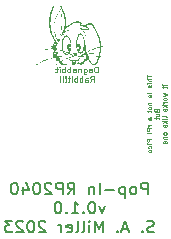
<source format=gbr>
%TF.GenerationSoftware,KiCad,Pcbnew,6.0.11+dfsg-1~bpo11+1*%
%TF.CreationDate,2023-07-13T21:39:36-04:00*%
%TF.ProjectId,Pop-In RP2040,506f702d-496e-4205-9250-323034302e6b,rev?*%
%TF.SameCoordinates,PX5f5e100PY5f5e100*%
%TF.FileFunction,Legend,Bot*%
%TF.FilePolarity,Positive*%
%FSLAX46Y46*%
G04 Gerber Fmt 4.6, Leading zero omitted, Abs format (unit mm)*
G04 Created by KiCad (PCBNEW 6.0.11+dfsg-1~bpo11+1) date 2023-07-13 21:39:36*
%MOMM*%
%LPD*%
G01*
G04 APERTURE LIST*
%ADD10C,0.100000*%
%ADD11C,0.150000*%
G04 APERTURE END LIST*
D10*
X5775236Y4689452D02*
X5775236Y4460880D01*
X6175236Y4575166D02*
X5775236Y4575166D01*
X6175236Y4327547D02*
X5775236Y4327547D01*
X6175236Y4156118D02*
X5965712Y4156118D01*
X5927617Y4175166D01*
X5908569Y4213261D01*
X5908569Y4270404D01*
X5927617Y4308499D01*
X5946664Y4327547D01*
X6175236Y3965642D02*
X5908569Y3965642D01*
X5775236Y3965642D02*
X5794284Y3984690D01*
X5813331Y3965642D01*
X5794284Y3946594D01*
X5775236Y3965642D01*
X5813331Y3965642D01*
X6156188Y3794213D02*
X6175236Y3756118D01*
X6175236Y3679928D01*
X6156188Y3641833D01*
X6118093Y3622785D01*
X6099045Y3622785D01*
X6060950Y3641833D01*
X6041903Y3679928D01*
X6041903Y3737071D01*
X6022855Y3775166D01*
X5984760Y3794213D01*
X5965712Y3794213D01*
X5927617Y3775166D01*
X5908569Y3737071D01*
X5908569Y3679928D01*
X5927617Y3641833D01*
X6175236Y3146594D02*
X5908569Y3146594D01*
X5775236Y3146594D02*
X5794284Y3165642D01*
X5813331Y3146594D01*
X5794284Y3127547D01*
X5775236Y3146594D01*
X5813331Y3146594D01*
X6156188Y2975166D02*
X6175236Y2937071D01*
X6175236Y2860880D01*
X6156188Y2822785D01*
X6118093Y2803737D01*
X6099045Y2803737D01*
X6060950Y2822785D01*
X6041903Y2860880D01*
X6041903Y2918023D01*
X6022855Y2956118D01*
X5984760Y2975166D01*
X5965712Y2975166D01*
X5927617Y2956118D01*
X5908569Y2918023D01*
X5908569Y2860880D01*
X5927617Y2822785D01*
X5908569Y2327547D02*
X6175236Y2327547D01*
X5946664Y2327547D02*
X5927617Y2308499D01*
X5908569Y2270404D01*
X5908569Y2213261D01*
X5927617Y2175166D01*
X5965712Y2156118D01*
X6175236Y2156118D01*
X6175236Y1908499D02*
X6156188Y1946594D01*
X6137141Y1965642D01*
X6099045Y1984690D01*
X5984760Y1984690D01*
X5946664Y1965642D01*
X5927617Y1946594D01*
X5908569Y1908499D01*
X5908569Y1851356D01*
X5927617Y1813261D01*
X5946664Y1794213D01*
X5984760Y1775166D01*
X6099045Y1775166D01*
X6137141Y1794213D01*
X6156188Y1813261D01*
X6175236Y1851356D01*
X6175236Y1908499D01*
X5908569Y1660880D02*
X5908569Y1508499D01*
X5775236Y1603737D02*
X6118093Y1603737D01*
X6156188Y1584690D01*
X6175236Y1546594D01*
X6175236Y1508499D01*
X6175236Y898975D02*
X5965712Y898975D01*
X5927617Y918023D01*
X5908569Y956118D01*
X5908569Y1032309D01*
X5927617Y1070404D01*
X6156188Y898975D02*
X6175236Y937071D01*
X6175236Y1032309D01*
X6156188Y1070404D01*
X6118093Y1089452D01*
X6079998Y1089452D01*
X6041903Y1070404D01*
X6022855Y1032309D01*
X6022855Y937071D01*
X6003807Y898975D01*
X6175236Y403737D02*
X5908569Y403737D01*
X5984760Y403737D02*
X5946664Y384690D01*
X5927617Y365642D01*
X5908569Y327547D01*
X5908569Y289452D01*
X6175236Y156118D02*
X5775236Y156118D01*
X5775236Y3737D01*
X5794284Y-34358D01*
X5813331Y-53406D01*
X5851426Y-72453D01*
X5908569Y-72453D01*
X5946664Y-53406D01*
X5965712Y-34358D01*
X5984760Y3737D01*
X5984760Y156118D01*
X6175236Y-243882D02*
X5775236Y-243882D01*
X6175236Y-739120D02*
X5775236Y-739120D01*
X5775236Y-891501D01*
X5794284Y-929596D01*
X5813331Y-948644D01*
X5851426Y-967691D01*
X5908569Y-967691D01*
X5946664Y-948644D01*
X5965712Y-929596D01*
X5984760Y-891501D01*
X5984760Y-739120D01*
X6175236Y-1139120D02*
X5908569Y-1139120D01*
X5775236Y-1139120D02*
X5794284Y-1120072D01*
X5813331Y-1139120D01*
X5794284Y-1158167D01*
X5775236Y-1139120D01*
X5813331Y-1139120D01*
X6156188Y-1501025D02*
X6175236Y-1462929D01*
X6175236Y-1386739D01*
X6156188Y-1348644D01*
X6137141Y-1329596D01*
X6099045Y-1310548D01*
X5984760Y-1310548D01*
X5946664Y-1329596D01*
X5927617Y-1348644D01*
X5908569Y-1386739D01*
X5908569Y-1462929D01*
X5927617Y-1501025D01*
X6175236Y-1729596D02*
X6156188Y-1691501D01*
X6137141Y-1672453D01*
X6099045Y-1653406D01*
X5984760Y-1653406D01*
X5946664Y-1672453D01*
X5927617Y-1691501D01*
X5908569Y-1729596D01*
X5908569Y-1786739D01*
X5927617Y-1824834D01*
X5946664Y-1843882D01*
X5984760Y-1862929D01*
X6099045Y-1862929D01*
X6137141Y-1843882D01*
X6156188Y-1824834D01*
X6175236Y-1786739D01*
X6175236Y-1729596D01*
X6609712Y1660880D02*
X6628760Y1603737D01*
X6647807Y1584690D01*
X6685903Y1565642D01*
X6743045Y1565642D01*
X6781141Y1584690D01*
X6800188Y1603737D01*
X6819236Y1641833D01*
X6819236Y1794213D01*
X6419236Y1794213D01*
X6419236Y1660880D01*
X6438284Y1622785D01*
X6457331Y1603737D01*
X6495426Y1584690D01*
X6533522Y1584690D01*
X6571617Y1603737D01*
X6590664Y1622785D01*
X6609712Y1660880D01*
X6609712Y1794213D01*
X6552569Y1222785D02*
X6819236Y1222785D01*
X6552569Y1394213D02*
X6762093Y1394213D01*
X6800188Y1375166D01*
X6819236Y1337071D01*
X6819236Y1279928D01*
X6800188Y1241833D01*
X6781141Y1222785D01*
X6552569Y1089452D02*
X6552569Y937071D01*
X6419236Y1032309D02*
X6762093Y1032309D01*
X6800188Y1013261D01*
X6819236Y975166D01*
X6819236Y937071D01*
X7463236Y3870404D02*
X7196569Y3870404D01*
X7063236Y3870404D02*
X7082284Y3889452D01*
X7101331Y3870404D01*
X7082284Y3851356D01*
X7063236Y3870404D01*
X7101331Y3870404D01*
X7196569Y3737071D02*
X7196569Y3584690D01*
X7063236Y3679928D02*
X7406093Y3679928D01*
X7444188Y3660880D01*
X7463236Y3622785D01*
X7463236Y3584690D01*
X7196569Y3184690D02*
X7463236Y3108499D01*
X7272760Y3032309D01*
X7463236Y2956118D01*
X7196569Y2879928D01*
X7463236Y2670404D02*
X7444188Y2708499D01*
X7425141Y2727547D01*
X7387045Y2746594D01*
X7272760Y2746594D01*
X7234664Y2727547D01*
X7215617Y2708499D01*
X7196569Y2670404D01*
X7196569Y2613261D01*
X7215617Y2575166D01*
X7234664Y2556118D01*
X7272760Y2537071D01*
X7387045Y2537071D01*
X7425141Y2556118D01*
X7444188Y2575166D01*
X7463236Y2613261D01*
X7463236Y2670404D01*
X7463236Y2365642D02*
X7196569Y2365642D01*
X7272760Y2365642D02*
X7234664Y2346594D01*
X7215617Y2327547D01*
X7196569Y2289452D01*
X7196569Y2251356D01*
X7463236Y2118023D02*
X7063236Y2118023D01*
X7310855Y2079928D02*
X7463236Y1965642D01*
X7196569Y1965642D02*
X7348950Y2118023D01*
X7444188Y1813261D02*
X7463236Y1775166D01*
X7463236Y1698975D01*
X7444188Y1660880D01*
X7406093Y1641833D01*
X7387045Y1641833D01*
X7348950Y1660880D01*
X7329903Y1698975D01*
X7329903Y1756118D01*
X7310855Y1794213D01*
X7272760Y1813261D01*
X7253712Y1813261D01*
X7215617Y1794213D01*
X7196569Y1756118D01*
X7196569Y1698975D01*
X7215617Y1660880D01*
X7463236Y1108499D02*
X7444188Y1146594D01*
X7406093Y1165642D01*
X7063236Y1165642D01*
X7463236Y956118D02*
X7196569Y956118D01*
X7063236Y956118D02*
X7082284Y975166D01*
X7101331Y956118D01*
X7082284Y937071D01*
X7063236Y956118D01*
X7101331Y956118D01*
X7463236Y765642D02*
X7063236Y765642D01*
X7310855Y727547D02*
X7463236Y613261D01*
X7196569Y613261D02*
X7348950Y765642D01*
X7444188Y289452D02*
X7463236Y327547D01*
X7463236Y403737D01*
X7444188Y441833D01*
X7406093Y460880D01*
X7253712Y460880D01*
X7215617Y441833D01*
X7196569Y403737D01*
X7196569Y327547D01*
X7215617Y289452D01*
X7253712Y270404D01*
X7291807Y270404D01*
X7329903Y460880D01*
X7463236Y-262929D02*
X7444188Y-224834D01*
X7425141Y-205787D01*
X7387045Y-186739D01*
X7272760Y-186739D01*
X7234664Y-205787D01*
X7215617Y-224834D01*
X7196569Y-262929D01*
X7196569Y-320072D01*
X7215617Y-358167D01*
X7234664Y-377215D01*
X7272760Y-396263D01*
X7387045Y-396263D01*
X7425141Y-377215D01*
X7444188Y-358167D01*
X7463236Y-320072D01*
X7463236Y-262929D01*
X7196569Y-567691D02*
X7463236Y-567691D01*
X7234664Y-567691D02*
X7215617Y-586739D01*
X7196569Y-624834D01*
X7196569Y-681977D01*
X7215617Y-720072D01*
X7253712Y-739120D01*
X7463236Y-739120D01*
X7444188Y-1081977D02*
X7463236Y-1043882D01*
X7463236Y-967691D01*
X7444188Y-929596D01*
X7406093Y-910548D01*
X7253712Y-910548D01*
X7215617Y-929596D01*
X7196569Y-967691D01*
X7196569Y-1043882D01*
X7215617Y-1081977D01*
X7253712Y-1101025D01*
X7291807Y-1101025D01*
X7329903Y-910548D01*
D11*
X5846526Y-5431968D02*
X5846526Y-4431968D01*
X5465574Y-4431968D01*
X5370336Y-4479588D01*
X5322717Y-4527207D01*
X5275098Y-4622445D01*
X5275098Y-4765302D01*
X5322717Y-4860540D01*
X5370336Y-4908159D01*
X5465574Y-4955778D01*
X5846526Y-4955778D01*
X4703669Y-5431968D02*
X4798907Y-5384349D01*
X4846526Y-5336730D01*
X4894145Y-5241492D01*
X4894145Y-4955778D01*
X4846526Y-4860540D01*
X4798907Y-4812921D01*
X4703669Y-4765302D01*
X4560812Y-4765302D01*
X4465574Y-4812921D01*
X4417955Y-4860540D01*
X4370336Y-4955778D01*
X4370336Y-5241492D01*
X4417955Y-5336730D01*
X4465574Y-5384349D01*
X4560812Y-5431968D01*
X4703669Y-5431968D01*
X3941764Y-4765302D02*
X3941764Y-5765302D01*
X3941764Y-4812921D02*
X3846526Y-4765302D01*
X3656050Y-4765302D01*
X3560812Y-4812921D01*
X3513193Y-4860540D01*
X3465574Y-4955778D01*
X3465574Y-5241492D01*
X3513193Y-5336730D01*
X3560812Y-5384349D01*
X3656050Y-5431968D01*
X3846526Y-5431968D01*
X3941764Y-5384349D01*
X3037002Y-5051016D02*
X2275098Y-5051016D01*
X1798907Y-5431968D02*
X1798907Y-4431968D01*
X1322717Y-4765302D02*
X1322717Y-5431968D01*
X1322717Y-4860540D02*
X1275098Y-4812921D01*
X1179860Y-4765302D01*
X1037002Y-4765302D01*
X941764Y-4812921D01*
X894145Y-4908159D01*
X894145Y-5431968D01*
X-915378Y-5431968D02*
X-582045Y-4955778D01*
X-343950Y-5431968D02*
X-343950Y-4431968D01*
X-724902Y-4431968D01*
X-820140Y-4479588D01*
X-867759Y-4527207D01*
X-915378Y-4622445D01*
X-915378Y-4765302D01*
X-867759Y-4860540D01*
X-820140Y-4908159D01*
X-724902Y-4955778D01*
X-343950Y-4955778D01*
X-1343950Y-5431968D02*
X-1343950Y-4431968D01*
X-1724902Y-4431968D01*
X-1820140Y-4479588D01*
X-1867759Y-4527207D01*
X-1915378Y-4622445D01*
X-1915378Y-4765302D01*
X-1867759Y-4860540D01*
X-1820140Y-4908159D01*
X-1724902Y-4955778D01*
X-1343950Y-4955778D01*
X-2296331Y-4527207D02*
X-2343950Y-4479588D01*
X-2439188Y-4431968D01*
X-2677283Y-4431968D01*
X-2772521Y-4479588D01*
X-2820140Y-4527207D01*
X-2867759Y-4622445D01*
X-2867759Y-4717683D01*
X-2820140Y-4860540D01*
X-2248712Y-5431968D01*
X-2867759Y-5431968D01*
X-3486807Y-4431968D02*
X-3582045Y-4431968D01*
X-3677283Y-4479588D01*
X-3724902Y-4527207D01*
X-3772521Y-4622445D01*
X-3820140Y-4812921D01*
X-3820140Y-5051016D01*
X-3772521Y-5241492D01*
X-3724902Y-5336730D01*
X-3677283Y-5384349D01*
X-3582045Y-5431968D01*
X-3486807Y-5431968D01*
X-3391569Y-5384349D01*
X-3343950Y-5336730D01*
X-3296331Y-5241492D01*
X-3248712Y-5051016D01*
X-3248712Y-4812921D01*
X-3296331Y-4622445D01*
X-3343950Y-4527207D01*
X-3391569Y-4479588D01*
X-3486807Y-4431968D01*
X-4677283Y-4765302D02*
X-4677283Y-5431968D01*
X-4439188Y-4384349D02*
X-4201093Y-5098635D01*
X-4820140Y-5098635D01*
X-5391569Y-4431968D02*
X-5486807Y-4431968D01*
X-5582045Y-4479588D01*
X-5629664Y-4527207D01*
X-5677283Y-4622445D01*
X-5724902Y-4812921D01*
X-5724902Y-5051016D01*
X-5677283Y-5241492D01*
X-5629664Y-5336730D01*
X-5582045Y-5384349D01*
X-5486807Y-5431968D01*
X-5391569Y-5431968D01*
X-5296331Y-5384349D01*
X-5248712Y-5336730D01*
X-5201093Y-5241492D01*
X-5153474Y-5051016D01*
X-5153474Y-4812921D01*
X-5201093Y-4622445D01*
X-5248712Y-4527207D01*
X-5296331Y-4479588D01*
X-5391569Y-4431968D01*
X2227479Y-6375302D02*
X1989383Y-7041968D01*
X1751288Y-6375302D01*
X1179860Y-6041968D02*
X1084622Y-6041968D01*
X989383Y-6089588D01*
X941764Y-6137207D01*
X894145Y-6232445D01*
X846526Y-6422921D01*
X846526Y-6661016D01*
X894145Y-6851492D01*
X941764Y-6946730D01*
X989383Y-6994349D01*
X1084622Y-7041968D01*
X1179860Y-7041968D01*
X1275098Y-6994349D01*
X1322717Y-6946730D01*
X1370336Y-6851492D01*
X1417955Y-6661016D01*
X1417955Y-6422921D01*
X1370336Y-6232445D01*
X1322717Y-6137207D01*
X1275098Y-6089588D01*
X1179860Y-6041968D01*
X417955Y-6946730D02*
X370336Y-6994349D01*
X417955Y-7041968D01*
X465574Y-6994349D01*
X417955Y-6946730D01*
X417955Y-7041968D01*
X-582045Y-7041968D02*
X-10617Y-7041968D01*
X-296331Y-7041968D02*
X-296331Y-6041968D01*
X-201093Y-6184826D01*
X-105855Y-6280064D01*
X-10617Y-6327683D01*
X-1010617Y-6946730D02*
X-1058236Y-6994349D01*
X-1010617Y-7041968D01*
X-962998Y-6994349D01*
X-1010617Y-6946730D01*
X-1010617Y-7041968D01*
X-1677283Y-6041968D02*
X-1772521Y-6041968D01*
X-1867759Y-6089588D01*
X-1915378Y-6137207D01*
X-1962998Y-6232445D01*
X-2010617Y-6422921D01*
X-2010617Y-6661016D01*
X-1962998Y-6851492D01*
X-1915378Y-6946730D01*
X-1867759Y-6994349D01*
X-1772521Y-7041968D01*
X-1677283Y-7041968D01*
X-1582045Y-6994349D01*
X-1534426Y-6946730D01*
X-1486807Y-6851492D01*
X-1439188Y-6661016D01*
X-1439188Y-6422921D01*
X-1486807Y-6232445D01*
X-1534426Y-6137207D01*
X-1582045Y-6089588D01*
X-1677283Y-6041968D01*
X6394145Y-8604349D02*
X6251288Y-8651968D01*
X6013193Y-8651968D01*
X5917955Y-8604349D01*
X5870336Y-8556730D01*
X5822717Y-8461492D01*
X5822717Y-8366254D01*
X5870336Y-8271016D01*
X5917955Y-8223397D01*
X6013193Y-8175778D01*
X6203669Y-8128159D01*
X6298907Y-8080540D01*
X6346526Y-8032921D01*
X6394145Y-7937683D01*
X6394145Y-7842445D01*
X6346526Y-7747207D01*
X6298907Y-7699588D01*
X6203669Y-7651968D01*
X5965574Y-7651968D01*
X5822717Y-7699588D01*
X5394145Y-8556730D02*
X5346526Y-8604349D01*
X5394145Y-8651968D01*
X5441764Y-8604349D01*
X5394145Y-8556730D01*
X5394145Y-8651968D01*
X4203669Y-8366254D02*
X3727479Y-8366254D01*
X4298907Y-8651968D02*
X3965574Y-7651968D01*
X3632241Y-8651968D01*
X3298907Y-8556730D02*
X3251288Y-8604349D01*
X3298907Y-8651968D01*
X3346526Y-8604349D01*
X3298907Y-8556730D01*
X3298907Y-8651968D01*
X2060812Y-8651968D02*
X2060812Y-7651968D01*
X1727479Y-8366254D01*
X1394145Y-7651968D01*
X1394145Y-8651968D01*
X917955Y-8651968D02*
X917955Y-7985302D01*
X917955Y-7651968D02*
X965574Y-7699588D01*
X917955Y-7747207D01*
X870336Y-7699588D01*
X917955Y-7651968D01*
X917955Y-7747207D01*
X298907Y-8651968D02*
X394145Y-8604349D01*
X441764Y-8509111D01*
X441764Y-7651968D01*
X-224902Y-8651968D02*
X-129664Y-8604349D01*
X-82045Y-8509111D01*
X-82045Y-7651968D01*
X-986807Y-8604349D02*
X-891569Y-8651968D01*
X-701093Y-8651968D01*
X-605855Y-8604349D01*
X-558236Y-8509111D01*
X-558236Y-8128159D01*
X-605855Y-8032921D01*
X-701093Y-7985302D01*
X-891569Y-7985302D01*
X-986807Y-8032921D01*
X-1034426Y-8128159D01*
X-1034426Y-8223397D01*
X-558236Y-8318635D01*
X-1462998Y-8651968D02*
X-1462998Y-7985302D01*
X-1462998Y-8175778D02*
X-1510617Y-8080540D01*
X-1558236Y-8032921D01*
X-1653474Y-7985302D01*
X-1748712Y-7985302D01*
X-2796331Y-7747207D02*
X-2843950Y-7699588D01*
X-2939188Y-7651968D01*
X-3177283Y-7651968D01*
X-3272521Y-7699588D01*
X-3320140Y-7747207D01*
X-3367759Y-7842445D01*
X-3367759Y-7937683D01*
X-3320140Y-8080540D01*
X-2748712Y-8651968D01*
X-3367759Y-8651968D01*
X-3986807Y-7651968D02*
X-4082045Y-7651968D01*
X-4177283Y-7699588D01*
X-4224902Y-7747207D01*
X-4272521Y-7842445D01*
X-4320140Y-8032921D01*
X-4320140Y-8271016D01*
X-4272521Y-8461492D01*
X-4224902Y-8556730D01*
X-4177283Y-8604349D01*
X-4082045Y-8651968D01*
X-3986807Y-8651968D01*
X-3891569Y-8604349D01*
X-3843950Y-8556730D01*
X-3796331Y-8461492D01*
X-3748712Y-8271016D01*
X-3748712Y-8032921D01*
X-3796331Y-7842445D01*
X-3843950Y-7747207D01*
X-3891569Y-7699588D01*
X-3986807Y-7651968D01*
X-4701093Y-7747207D02*
X-4748712Y-7699588D01*
X-4843950Y-7651968D01*
X-5082045Y-7651968D01*
X-5177283Y-7699588D01*
X-5224902Y-7747207D01*
X-5272521Y-7842445D01*
X-5272521Y-7937683D01*
X-5224902Y-8080540D01*
X-4653474Y-8651968D01*
X-5272521Y-8651968D01*
X-5605855Y-7651968D02*
X-6224902Y-7651968D01*
X-5891569Y-8032921D01*
X-6034426Y-8032921D01*
X-6129664Y-8080540D01*
X-6177283Y-8128159D01*
X-6224902Y-8223397D01*
X-6224902Y-8461492D01*
X-6177283Y-8556730D01*
X-6129664Y-8604349D01*
X-6034426Y-8651968D01*
X-5748712Y-8651968D01*
X-5653474Y-8604349D01*
X-5605855Y-8556730D01*
D10*
%TO.C,REF\u002A\u002A*%
X1611513Y4891084D02*
X1611513Y5391084D01*
X1492465Y5391084D01*
X1421036Y5367274D01*
X1373417Y5319655D01*
X1349608Y5272036D01*
X1325798Y5176798D01*
X1325798Y5105370D01*
X1349608Y5010132D01*
X1373417Y4962513D01*
X1421036Y4914894D01*
X1492465Y4891084D01*
X1611513Y4891084D01*
X897227Y4891084D02*
X897227Y5152989D01*
X921036Y5200608D01*
X968655Y5224417D01*
X1063893Y5224417D01*
X1111513Y5200608D01*
X897227Y4914894D02*
X944846Y4891084D01*
X1063893Y4891084D01*
X1111513Y4914894D01*
X1135322Y4962513D01*
X1135322Y5010132D01*
X1111513Y5057751D01*
X1063893Y5081560D01*
X944846Y5081560D01*
X897227Y5105370D01*
X444846Y5224417D02*
X444846Y4819655D01*
X468655Y4772036D01*
X492465Y4748227D01*
X540084Y4724417D01*
X611513Y4724417D01*
X659132Y4748227D01*
X444846Y4914894D02*
X492465Y4891084D01*
X587703Y4891084D01*
X635322Y4914894D01*
X659132Y4938703D01*
X682941Y4986322D01*
X682941Y5129179D01*
X659132Y5176798D01*
X635322Y5200608D01*
X587703Y5224417D01*
X492465Y5224417D01*
X444846Y5200608D01*
X206751Y5224417D02*
X206751Y4891084D01*
X206751Y5176798D02*
X182941Y5200608D01*
X135322Y5224417D01*
X63893Y5224417D01*
X16274Y5200608D01*
X-7535Y5152989D01*
X-7535Y4891084D01*
X-459916Y4891084D02*
X-459916Y5152989D01*
X-436107Y5200608D01*
X-388487Y5224417D01*
X-293249Y5224417D01*
X-245630Y5200608D01*
X-459916Y4914894D02*
X-412297Y4891084D01*
X-293249Y4891084D01*
X-245630Y4914894D01*
X-221821Y4962513D01*
X-221821Y5010132D01*
X-245630Y5057751D01*
X-293249Y5081560D01*
X-412297Y5081560D01*
X-459916Y5105370D01*
X-698011Y4891084D02*
X-698011Y5391084D01*
X-698011Y5200608D02*
X-745630Y5224417D01*
X-840868Y5224417D01*
X-888487Y5200608D01*
X-912297Y5176798D01*
X-936107Y5129179D01*
X-936107Y4986322D01*
X-912297Y4938703D01*
X-888487Y4914894D01*
X-840868Y4891084D01*
X-745630Y4891084D01*
X-698011Y4914894D01*
X-1150392Y4891084D02*
X-1150392Y5391084D01*
X-1150392Y5200608D02*
X-1198011Y5224417D01*
X-1293249Y5224417D01*
X-1340868Y5200608D01*
X-1364678Y5176798D01*
X-1388487Y5129179D01*
X-1388487Y4986322D01*
X-1364678Y4938703D01*
X-1340868Y4914894D01*
X-1293249Y4891084D01*
X-1198011Y4891084D01*
X-1150392Y4914894D01*
X-1602773Y4891084D02*
X-1602773Y5224417D01*
X-1602773Y5391084D02*
X-1578964Y5367274D01*
X-1602773Y5343465D01*
X-1626583Y5367274D01*
X-1602773Y5391084D01*
X-1602773Y5343465D01*
X-1769440Y5224417D02*
X-1959916Y5224417D01*
X-1840868Y5391084D02*
X-1840868Y4962513D01*
X-1864678Y4914894D01*
X-1912297Y4891084D01*
X-1959916Y4891084D01*
X1004370Y4086084D02*
X1171036Y4324179D01*
X1290084Y4086084D02*
X1290084Y4586084D01*
X1099608Y4586084D01*
X1051989Y4562274D01*
X1028179Y4538465D01*
X1004370Y4490846D01*
X1004370Y4419417D01*
X1028179Y4371798D01*
X1051989Y4347989D01*
X1099608Y4324179D01*
X1290084Y4324179D01*
X575798Y4086084D02*
X575798Y4347989D01*
X599608Y4395608D01*
X647227Y4419417D01*
X742465Y4419417D01*
X790084Y4395608D01*
X575798Y4109894D02*
X623417Y4086084D01*
X742465Y4086084D01*
X790084Y4109894D01*
X813893Y4157513D01*
X813893Y4205132D01*
X790084Y4252751D01*
X742465Y4276560D01*
X623417Y4276560D01*
X575798Y4300370D01*
X337703Y4086084D02*
X337703Y4586084D01*
X337703Y4395608D02*
X290084Y4419417D01*
X194846Y4419417D01*
X147227Y4395608D01*
X123417Y4371798D01*
X99608Y4324179D01*
X99608Y4181322D01*
X123417Y4133703D01*
X147227Y4109894D01*
X194846Y4086084D01*
X290084Y4086084D01*
X337703Y4109894D01*
X-114678Y4086084D02*
X-114678Y4586084D01*
X-114678Y4395608D02*
X-162297Y4419417D01*
X-257535Y4419417D01*
X-305154Y4395608D01*
X-328964Y4371798D01*
X-352773Y4324179D01*
X-352773Y4181322D01*
X-328964Y4133703D01*
X-305154Y4109894D01*
X-257535Y4086084D01*
X-162297Y4086084D01*
X-114678Y4109894D01*
X-567059Y4086084D02*
X-567059Y4419417D01*
X-567059Y4586084D02*
X-543249Y4562274D01*
X-567059Y4538465D01*
X-590868Y4562274D01*
X-567059Y4586084D01*
X-567059Y4538465D01*
X-733726Y4419417D02*
X-924202Y4419417D01*
X-805154Y4586084D02*
X-805154Y4157513D01*
X-828964Y4109894D01*
X-876583Y4086084D01*
X-924202Y4086084D01*
X-1090868Y4133703D02*
X-1114678Y4109894D01*
X-1090868Y4086084D01*
X-1067059Y4109894D01*
X-1090868Y4133703D01*
X-1090868Y4086084D01*
X-1090868Y4276560D02*
X-1067059Y4562274D01*
X-1090868Y4586084D01*
X-1114678Y4562274D01*
X-1090868Y4276560D01*
X-1090868Y4586084D01*
X-1328964Y4133703D02*
X-1352773Y4109894D01*
X-1328964Y4086084D01*
X-1305154Y4109894D01*
X-1328964Y4133703D01*
X-1328964Y4086084D01*
X-1328964Y4276560D02*
X-1305154Y4562274D01*
X-1328964Y4586084D01*
X-1352773Y4562274D01*
X-1328964Y4276560D01*
X-1328964Y4586084D01*
X-1567059Y4133703D02*
X-1590868Y4109894D01*
X-1567059Y4086084D01*
X-1543249Y4109894D01*
X-1567059Y4133703D01*
X-1567059Y4086084D01*
X-1567059Y4276560D02*
X-1543249Y4562274D01*
X-1567059Y4586084D01*
X-1590868Y4562274D01*
X-1567059Y4276560D01*
X-1567059Y4586084D01*
G36*
X-1827224Y7182166D02*
G01*
X-1848046Y7149132D01*
X-1872066Y7121215D01*
X-1899279Y7096490D01*
X-1904484Y7091761D01*
X-1912289Y7085239D01*
X-1942900Y7060928D01*
X-1971756Y7039707D01*
X-1993501Y7025560D01*
X-2025987Y7007179D01*
X-1932237Y7006810D01*
X-1891042Y7006332D01*
X-1862265Y7004912D01*
X-1843404Y7002030D01*
X-1831057Y6997159D01*
X-1821821Y6989774D01*
X-1808784Y6971533D01*
X-1806268Y6948443D01*
X-1817841Y6921652D01*
X-1827986Y6909060D01*
X-1843914Y6889289D01*
X-1844570Y6888587D01*
X-1863314Y6867562D01*
X-1875789Y6851741D01*
X-1879325Y6844501D01*
X-1875271Y6843215D01*
X-1857227Y6839397D01*
X-1827397Y6833825D01*
X-1788623Y6827022D01*
X-1743747Y6819513D01*
X-1714991Y6814715D01*
X-1672747Y6807301D01*
X-1637983Y6800750D01*
X-1613694Y6795636D01*
X-1602876Y6792533D01*
X-1601839Y6791973D01*
X-1586642Y6787585D01*
X-1564277Y6784153D01*
X-1558636Y6783483D01*
X-1531059Y6778764D01*
X-1496013Y6771303D01*
X-1457465Y6762117D01*
X-1419380Y6752224D01*
X-1385722Y6742644D01*
X-1360456Y6734394D01*
X-1347549Y6728493D01*
X-1341384Y6724484D01*
X-1339655Y6727274D01*
X-1347390Y6744168D01*
X-1361992Y6778891D01*
X-1373439Y6812136D01*
X-1383654Y6849881D01*
X-1394558Y6898108D01*
X-1395371Y6901964D01*
X-1405908Y6966195D01*
X-1413850Y7042065D01*
X-1419068Y7125035D01*
X-1421429Y7210571D01*
X-1421429Y7210608D01*
X-1342363Y7210608D01*
X-1342159Y7166221D01*
X-1340866Y7094613D01*
X-1337978Y7034314D01*
X-1333013Y6981854D01*
X-1325490Y6933764D01*
X-1314927Y6886573D01*
X-1300844Y6836811D01*
X-1282757Y6781010D01*
X-1281178Y6776332D01*
X-1270134Y6744692D01*
X-1261379Y6724848D01*
X-1252210Y6713223D01*
X-1239925Y6706238D01*
X-1221821Y6700314D01*
X-1217138Y6698888D01*
X-1191742Y6690914D01*
X-1155776Y6679399D01*
X-1113343Y6665663D01*
X-1068542Y6651024D01*
X-1059178Y6647929D01*
X-1012223Y6631880D01*
X-966887Y6615612D01*
X-927929Y6600864D01*
X-900110Y6589381D01*
X-847456Y6565757D01*
X-813847Y6607968D01*
X-798706Y6629060D01*
X-781571Y6658469D01*
X-771401Y6682998D01*
X-769765Y6688996D01*
X-763019Y6712314D01*
X-757967Y6727796D01*
X-758234Y6734723D01*
X-768750Y6738682D01*
X-792862Y6739774D01*
X-795138Y6739780D01*
X-821134Y6741907D01*
X-839866Y6750369D01*
X-859749Y6768824D01*
X-885348Y6800798D01*
X-910539Y6847658D01*
X-929688Y6905250D01*
X-943910Y6976320D01*
X-946157Y6991763D01*
X-951768Y7062052D01*
X-829987Y7062052D01*
X-828936Y7033651D01*
X-824819Y6991505D01*
X-818325Y6949366D01*
X-810245Y6911393D01*
X-801369Y6881748D01*
X-792487Y6864590D01*
X-773622Y6851100D01*
X-749512Y6849788D01*
X-724535Y6862958D01*
X-700323Y6889687D01*
X-678509Y6929052D01*
X-678303Y6929519D01*
X-669677Y6952020D01*
X-665277Y6973700D01*
X-664473Y7000333D01*
X-666634Y7037695D01*
X-669343Y7065840D01*
X-678101Y7114465D01*
X-691362Y7147917D01*
X-709691Y7166937D01*
X-733654Y7172264D01*
X-763818Y7164638D01*
X-768664Y7162519D01*
X-802528Y7138707D01*
X-823132Y7104965D01*
X-829987Y7062052D01*
X-951768Y7062052D01*
X-952846Y7075549D01*
X-948190Y7148127D01*
X-931925Y7210597D01*
X-903786Y7264054D01*
X-863509Y7309597D01*
X-823774Y7335949D01*
X-780625Y7347087D01*
X-736886Y7342407D01*
X-694901Y7321741D01*
X-669384Y7303571D01*
X-675306Y7365423D01*
X-679257Y7400776D01*
X-695359Y7497189D01*
X-718424Y7591878D01*
X-747142Y7679956D01*
X-780200Y7756533D01*
X-811402Y7812408D01*
X-854372Y7871641D01*
X-899622Y7915431D01*
X-946712Y7943531D01*
X-995203Y7955699D01*
X-1044654Y7951689D01*
X-1094627Y7931257D01*
X-1099481Y7928387D01*
X-1147393Y7890205D01*
X-1191885Y7836470D01*
X-1232557Y7767956D01*
X-1269010Y7685432D01*
X-1300844Y7589670D01*
X-1327660Y7481441D01*
X-1329235Y7473759D01*
X-1333969Y7446083D01*
X-1337483Y7415638D01*
X-1339928Y7379647D01*
X-1341456Y7335330D01*
X-1342217Y7279910D01*
X-1342363Y7210608D01*
X-1421429Y7210608D01*
X-1420805Y7294135D01*
X-1417064Y7371192D01*
X-1410075Y7437204D01*
X-1409077Y7443924D01*
X-1385587Y7568220D01*
X-1354448Y7678546D01*
X-1315261Y7775895D01*
X-1267632Y7861261D01*
X-1211162Y7935637D01*
X-1202344Y7945252D01*
X-1150428Y7988897D01*
X-1093649Y8017536D01*
X-1034026Y8031169D01*
X-973579Y8029795D01*
X-914326Y8013415D01*
X-858286Y7982029D01*
X-807479Y7935637D01*
X-789508Y7914312D01*
X-730931Y7828682D01*
X-682843Y7730339D01*
X-645316Y7619531D01*
X-618422Y7496504D01*
X-602233Y7361503D01*
X-600096Y7303571D01*
X-596821Y7214774D01*
X-596936Y7192697D01*
X-603895Y7048387D01*
X-610273Y7000333D01*
X-621542Y6915434D01*
X-649778Y6794276D01*
X-688505Y6685351D01*
X-737624Y6589096D01*
X-769966Y6535608D01*
X-755012Y6527739D01*
X-712786Y6505519D01*
X-712260Y6505242D01*
X-679456Y6486845D01*
X-648227Y6467501D01*
X-625267Y6451352D01*
X-616925Y6444808D01*
X-596163Y6429115D01*
X-581631Y6418941D01*
X-557610Y6403593D01*
X-495398Y6360125D01*
X-458007Y6329465D01*
X-441978Y6316321D01*
X-433470Y6308691D01*
X-412985Y6289031D01*
X-402007Y6274383D01*
X-401174Y6271501D01*
X-397978Y6260443D01*
X-398342Y6242909D01*
X-402174Y6224759D01*
X-413265Y6209121D01*
X-428174Y6206665D01*
X-443758Y6219043D01*
X-447856Y6223653D01*
X-454872Y6226815D01*
X-466483Y6226480D01*
X-485481Y6222172D01*
X-514659Y6213414D01*
X-556809Y6199728D01*
X-595628Y6187156D01*
X-647546Y6170801D01*
X-697464Y6155510D01*
X-738487Y6143421D01*
X-762560Y6136394D01*
X-820785Y6117885D01*
X-879739Y6096729D01*
X-942887Y6071573D01*
X-1013693Y6041063D01*
X-1095621Y6003845D01*
X-1119445Y5992651D01*
X-1168109Y5968971D01*
X-1220390Y5942661D01*
X-1274228Y5914841D01*
X-1327566Y5886631D01*
X-1378346Y5859152D01*
X-1424508Y5833523D01*
X-1463995Y5810864D01*
X-1494748Y5792297D01*
X-1514709Y5778940D01*
X-1521821Y5771913D01*
X-1521418Y5768045D01*
X-1513838Y5747777D01*
X-1499294Y5722369D01*
X-1481261Y5697368D01*
X-1463213Y5678323D01*
X-1448350Y5666692D01*
X-1432220Y5657557D01*
X-1425630Y5659440D01*
X-1429861Y5672560D01*
X-1432264Y5677561D01*
X-1437016Y5705502D01*
X-1429091Y5730882D01*
X-1410849Y5749321D01*
X-1384652Y5756441D01*
X-1380842Y5756096D01*
X-1359335Y5746374D01*
X-1333094Y5725278D01*
X-1304744Y5695501D01*
X-1276914Y5659738D01*
X-1252232Y5620682D01*
X-1220621Y5564089D01*
X-1202471Y5590749D01*
X-1183442Y5615176D01*
X-1157447Y5636250D01*
X-1124936Y5648488D01*
X-1081046Y5654443D01*
X-1022081Y5658662D01*
X-988617Y5625199D01*
X-974851Y5610046D01*
X-957927Y5581045D01*
X-956960Y5555086D01*
X-971821Y5531441D01*
X-993477Y5517795D01*
X-1021185Y5517263D01*
X-1050453Y5532510D01*
X-1060851Y5540028D01*
X-1076489Y5545586D01*
X-1093366Y5540966D01*
X-1108509Y5530253D01*
X-1123281Y5510731D01*
X-1128198Y5501619D01*
X-1137365Y5493880D01*
X-1153520Y5490511D01*
X-1181491Y5489774D01*
X-1210059Y5490979D01*
X-1231785Y5496085D01*
X-1246821Y5506441D01*
X-1258228Y5519120D01*
X-1263487Y5527774D01*
X-1265683Y5532537D01*
X-1275516Y5547685D01*
X-1290571Y5568549D01*
X-1300729Y5582175D01*
X-1317219Y5604631D01*
X-1328283Y5620132D01*
X-1331995Y5624961D01*
X-1335695Y5625433D01*
X-1336225Y5613895D01*
X-1333985Y5588103D01*
X-1329057Y5540598D01*
X-1381689Y5538103D01*
X-1413219Y5538615D01*
X-1470641Y5551224D01*
X-1521245Y5578642D01*
X-1563961Y5620191D01*
X-1597720Y5675191D01*
X-1605261Y5690194D01*
X-1615923Y5707880D01*
X-1622799Y5714774D01*
X-1623641Y5714696D01*
X-1637551Y5708944D01*
X-1663460Y5694732D01*
X-1699867Y5672980D01*
X-1745268Y5644605D01*
X-1798159Y5610526D01*
X-1857038Y5571661D01*
X-1860193Y5569557D01*
X-1905235Y5539866D01*
X-1939251Y5518433D01*
X-1964686Y5503982D01*
X-1983982Y5495239D01*
X-1999581Y5490928D01*
X-2013927Y5489774D01*
X-2048099Y5489774D01*
X-2024543Y5509450D01*
X-2012152Y5518903D01*
X-1986473Y5537110D01*
X-1951691Y5561002D01*
X-1910524Y5588781D01*
X-1865685Y5618652D01*
X-1819890Y5648817D01*
X-1775856Y5677479D01*
X-1736296Y5702841D01*
X-1703928Y5723106D01*
X-1681465Y5736478D01*
X-1662683Y5748110D01*
X-1646737Y5760788D01*
X-1641939Y5768941D01*
X-1643618Y5774411D01*
X-1648686Y5793912D01*
X-1655851Y5823260D01*
X-1664140Y5858524D01*
X-1669843Y5881968D01*
X-1678102Y5911778D01*
X-1685066Y5932199D01*
X-1689651Y5939774D01*
X-1690383Y5939650D01*
X-1698939Y5931441D01*
X-1709550Y5914331D01*
X-1732312Y5880779D01*
X-1760516Y5860613D01*
X-1792863Y5856561D01*
X-1829462Y5868583D01*
X-1836005Y5872614D01*
X-1851031Y5888446D01*
X-1864017Y5913631D01*
X-1875597Y5949996D01*
X-1886402Y5999368D01*
X-1897067Y6063572D01*
X-1897656Y6067495D01*
X-1903663Y6106313D01*
X-1908933Y6138300D01*
X-1912916Y6160234D01*
X-1915063Y6168894D01*
X-1915133Y6168941D01*
X-1924755Y6167884D01*
X-1948183Y6163095D01*
X-1983219Y6155130D01*
X-2027666Y6144549D01*
X-2079326Y6131907D01*
X-2135999Y6117762D01*
X-2195490Y6102672D01*
X-2255598Y6087194D01*
X-2314127Y6071885D01*
X-2368878Y6057303D01*
X-2417654Y6044005D01*
X-2458256Y6032548D01*
X-2488487Y6023489D01*
X-2540909Y6006462D01*
X-2641851Y5971477D01*
X-2746108Y5932873D01*
X-2847160Y5893099D01*
X-2938487Y5854600D01*
X-2948291Y5850268D01*
X-3014478Y5820017D01*
X-3087707Y5785080D01*
X-3165198Y5746899D01*
X-3244171Y5706915D01*
X-3321846Y5666568D01*
X-3395444Y5627300D01*
X-3462183Y5590551D01*
X-3519285Y5557763D01*
X-3563970Y5530376D01*
X-3570855Y5525961D01*
X-3601739Y5507294D01*
X-3625004Y5496333D01*
X-3645515Y5491190D01*
X-3668137Y5489978D01*
X-3709321Y5490182D01*
X-3625987Y5544348D01*
X-3621446Y5547280D01*
X-3577393Y5574396D01*
X-3521381Y5607064D01*
X-3456132Y5643791D01*
X-3384364Y5683087D01*
X-3308795Y5723460D01*
X-3232146Y5763419D01*
X-3157135Y5801472D01*
X-3081414Y5838297D01*
X-2885203Y5925302D01*
X-2682956Y6003678D01*
X-2479623Y6071587D01*
X-2280154Y6127189D01*
X-2263873Y6131252D01*
X-2219004Y6142488D01*
X-2178623Y6152654D01*
X-2146626Y6160768D01*
X-2126908Y6165845D01*
X-2094496Y6174376D01*
X-2116014Y6187462D01*
X-1801185Y6187462D01*
X-1800398Y6176671D01*
X-1797995Y6154459D01*
X-1794514Y6125142D01*
X-1790492Y6093035D01*
X-1786468Y6062450D01*
X-1782980Y6037703D01*
X-1780566Y6023108D01*
X-1780115Y6023230D01*
X-1775224Y6032655D01*
X-1766199Y6053171D01*
X-1754531Y6081441D01*
X-1748519Y6096021D01*
X-1732405Y6129883D01*
X-1717448Y6150949D01*
X-1701462Y6161738D01*
X-1682258Y6164774D01*
X-1679409Y6164595D01*
X-1658455Y6155474D01*
X-1636447Y6135683D01*
X-1617391Y6109559D01*
X-1605294Y6081441D01*
X-1600251Y6062070D01*
X-1586977Y6009343D01*
X-1574168Y5956277D01*
X-1563126Y5908347D01*
X-1555157Y5871024D01*
X-1550369Y5849889D01*
X-1544456Y5830562D01*
X-1539924Y5823108D01*
X-1532074Y5826372D01*
X-1512473Y5836402D01*
X-1484387Y5851580D01*
X-1450931Y5870254D01*
X-1411944Y5891686D01*
X-1359180Y5919484D01*
X-1299093Y5950209D01*
X-1234442Y5982524D01*
X-1167986Y6015092D01*
X-1102482Y6046574D01*
X-1040689Y6075634D01*
X-985364Y6100935D01*
X-939266Y6121138D01*
X-905154Y6134906D01*
X-865682Y6148888D01*
X-816306Y6165365D01*
X-763471Y6182229D01*
X-713487Y6197422D01*
X-708673Y6198840D01*
X-636414Y6220564D01*
X-579844Y6238517D01*
X-538490Y6252874D01*
X-511878Y6263810D01*
X-499536Y6271501D01*
X-500989Y6276122D01*
X-501746Y6276369D01*
X-517130Y6278268D01*
X-546370Y6279681D01*
X-586949Y6280622D01*
X-636348Y6281107D01*
X-692051Y6281151D01*
X-751540Y6280769D01*
X-812297Y6279976D01*
X-871804Y6278788D01*
X-927545Y6277219D01*
X-977001Y6275285D01*
X-1017654Y6273002D01*
X-1046139Y6271012D01*
X-1163731Y6262357D01*
X-1268333Y6253836D01*
X-1362943Y6245159D01*
X-1450558Y6236039D01*
X-1534175Y6226187D01*
X-1616791Y6215314D01*
X-1641533Y6211879D01*
X-1692177Y6204724D01*
X-1735840Y6198389D01*
X-1770140Y6193230D01*
X-1792692Y6189602D01*
X-1801113Y6187860D01*
X-1801185Y6187462D01*
X-2116014Y6187462D01*
X-2119239Y6189423D01*
X-2133107Y6199242D01*
X-2134175Y6200460D01*
X-2000747Y6200460D01*
X-1990864Y6198961D01*
X-1971711Y6201501D01*
X-1948298Y6206462D01*
X-1927740Y6212171D01*
X-1916846Y6216972D01*
X-1916679Y6217189D01*
X-1915046Y6228046D01*
X-1914508Y6250622D01*
X-1915185Y6280345D01*
X-1917654Y6339590D01*
X-1952103Y6287599D01*
X-1953180Y6285972D01*
X-1971443Y6257784D01*
X-1986843Y6233014D01*
X-1996146Y6216858D01*
X-1999594Y6209676D01*
X-2000747Y6200460D01*
X-2134175Y6200460D01*
X-2147239Y6215357D01*
X-2156447Y6237091D01*
X-2161385Y6267167D01*
X-2162707Y6308306D01*
X-2161893Y6335608D01*
X-2056339Y6335608D01*
X-2027016Y6381441D01*
X-2013396Y6402506D01*
X-1991234Y6436143D01*
X-1971933Y6464774D01*
X-1962808Y6478226D01*
X-1943129Y6507725D01*
X-1919831Y6543053D01*
X-1896219Y6579214D01*
X-1879118Y6604683D01*
X-1858377Y6633309D01*
X-1841294Y6654397D01*
X-1830423Y6664630D01*
X-1817017Y6670230D01*
X-1788236Y6671008D01*
X-1762688Y6655642D01*
X-1754097Y6644145D01*
X-1748892Y6625013D01*
X-1750652Y6598782D01*
X-1759617Y6562890D01*
X-1776032Y6514774D01*
X-1785031Y6488476D01*
X-1792458Y6460207D01*
X-1797471Y6429512D01*
X-1800818Y6391645D01*
X-1803246Y6341858D01*
X-1803445Y6336653D01*
X-1804821Y6292460D01*
X-1804914Y6262308D01*
X-1804062Y6250622D01*
X-1803567Y6243838D01*
X-1800621Y6234694D01*
X-1795919Y6232520D01*
X-1794975Y6232621D01*
X-1780767Y6234476D01*
X-1753240Y6238253D01*
X-1715086Y6243578D01*
X-1668994Y6250076D01*
X-1617654Y6257371D01*
X-1483815Y6274956D01*
X-1227653Y6300792D01*
X-969861Y6317009D01*
X-717654Y6323081D01*
X-657438Y6323341D01*
X-607479Y6323776D01*
X-570983Y6324487D01*
X-546296Y6325593D01*
X-531759Y6327213D01*
X-525718Y6329465D01*
X-526514Y6332468D01*
X-532491Y6336341D01*
X-541507Y6341655D01*
X-564496Y6356373D01*
X-594304Y6376290D01*
X-626762Y6398650D01*
X-643492Y6410119D01*
X-681609Y6434914D01*
X-718452Y6457353D01*
X-747945Y6473676D01*
X-798027Y6498957D01*
X-831678Y6468556D01*
X-866784Y6441184D01*
X-924198Y6412019D01*
X-984224Y6398268D01*
X-1044943Y6399799D01*
X-1104435Y6416479D01*
X-1160782Y6448176D01*
X-1212066Y6494758D01*
X-1232857Y6519937D01*
X-1259514Y6556371D01*
X-1280972Y6590055D01*
X-1295781Y6616023D01*
X-1311675Y6643815D01*
X-1317636Y6654188D01*
X-1229417Y6654188D01*
X-1217785Y6631696D01*
X-1198082Y6599712D01*
X-1165849Y6559563D01*
X-1129677Y6523929D01*
X-1094627Y6498292D01*
X-1066501Y6484456D01*
X-1019263Y6472950D01*
X-972503Y6477583D01*
X-923904Y6498355D01*
X-904021Y6510229D01*
X-886786Y6521670D01*
X-880154Y6527739D01*
X-880329Y6528369D01*
X-889933Y6535274D01*
X-912251Y6546092D01*
X-944545Y6559776D01*
X-984076Y6575282D01*
X-1028103Y6591561D01*
X-1073887Y6607567D01*
X-1118690Y6622254D01*
X-1159773Y6634574D01*
X-1229417Y6654188D01*
X-1317636Y6654188D01*
X-1323032Y6663578D01*
X-1327404Y6670298D01*
X-1340419Y6682608D01*
X-1361099Y6692387D01*
X-1393865Y6702037D01*
X-1416680Y6707863D01*
X-1463506Y6719534D01*
X-1509625Y6730704D01*
X-1551178Y6740457D01*
X-1584307Y6747882D01*
X-1605154Y6752064D01*
X-1610202Y6752914D01*
X-1631790Y6756562D01*
X-1664771Y6762141D01*
X-1705664Y6769062D01*
X-1750987Y6776736D01*
X-1772043Y6780261D01*
X-1815366Y6787241D01*
X-1852457Y6792862D01*
X-1879922Y6796618D01*
X-1894365Y6798007D01*
X-1899030Y6797483D01*
X-1911743Y6790116D01*
X-1926826Y6772199D01*
X-1946445Y6741379D01*
X-1982350Y6673087D01*
X-2014407Y6589171D01*
X-2036933Y6497278D01*
X-2050971Y6393941D01*
X-2056339Y6335608D01*
X-2161893Y6335608D01*
X-2161070Y6363230D01*
X-2160522Y6374230D01*
X-2150325Y6481010D01*
X-2131052Y6578174D01*
X-2101529Y6670391D01*
X-2060579Y6762328D01*
X-2030310Y6822382D01*
X-2057315Y6827065D01*
X-2061391Y6827746D01*
X-2100493Y6832804D01*
X-2151438Y6837545D01*
X-2209968Y6841701D01*
X-2271824Y6845003D01*
X-2332750Y6847182D01*
X-2388487Y6847970D01*
X-2480906Y6845505D01*
X-2644795Y6829092D01*
X-2811997Y6797082D01*
X-2813480Y6796733D01*
X-2863701Y6785563D01*
X-2899316Y6779142D01*
X-2921607Y6777285D01*
X-2931853Y6779807D01*
X-2936084Y6784808D01*
X-2938397Y6795165D01*
X-2929707Y6804981D01*
X-2908643Y6815003D01*
X-2873833Y6825978D01*
X-2823908Y6838653D01*
X-2802210Y6843671D01*
X-2668610Y6868777D01*
X-2535147Y6884398D01*
X-2505893Y6885635D01*
X-2137368Y6885635D01*
X-2134321Y6881661D01*
X-2124799Y6879057D01*
X-2100533Y6874626D01*
X-2071493Y6870945D01*
X-2054990Y6869514D01*
X-2033488Y6869736D01*
X-2019109Y6874966D01*
X-2005783Y6886653D01*
X-1998227Y6895358D01*
X-1991571Y6909060D01*
X-1997639Y6914029D01*
X-2015583Y6908382D01*
X-2032473Y6903097D01*
X-2060347Y6897672D01*
X-2092654Y6893480D01*
X-2094661Y6893281D01*
X-2124225Y6889487D01*
X-2137368Y6885635D01*
X-2505893Y6885635D01*
X-2408010Y6889774D01*
X-2306202Y6889774D01*
X-2310899Y6918720D01*
X-2311784Y6924892D01*
X-2311361Y6942421D01*
X-2303375Y6958101D01*
X-2285146Y6978116D01*
X-2254696Y7008566D01*
X-2271591Y7043468D01*
X-2273003Y7046436D01*
X-2284489Y7076983D01*
X-2288526Y7101664D01*
X-2285027Y7117510D01*
X-2273904Y7121550D01*
X-2264697Y7116309D01*
X-2256737Y7100711D01*
X-2255905Y7096099D01*
X-2247547Y7077577D01*
X-2235141Y7070220D01*
X-2222369Y7076614D01*
X-2219763Y7080163D01*
X-2218377Y7091418D01*
X-2229596Y7105884D01*
X-2243995Y7124027D01*
X-2244519Y7135724D01*
X-2230626Y7139774D01*
X-2225667Y7139130D01*
X-2208183Y7128312D01*
X-2194204Y7108762D01*
X-2188487Y7086493D01*
X-2188698Y7083157D01*
X-2196437Y7063430D01*
X-2211300Y7046782D01*
X-2227771Y7039774D01*
X-2232686Y7038782D01*
X-2234336Y7031466D01*
X-2233488Y7030510D01*
X-2222424Y7030277D01*
X-2205080Y7037296D01*
X-2186840Y7048381D01*
X-2173090Y7060345D01*
X-2169214Y7070003D01*
X-2168994Y7073403D01*
X-2135970Y7073403D01*
X-2130528Y7076038D01*
X-2116211Y7083820D01*
X-2109960Y7087569D01*
X-2102970Y7096490D01*
X-2109033Y7108848D01*
X-2116448Y7117237D01*
X-2122123Y7114855D01*
X-2128792Y7098431D01*
X-2129420Y7096619D01*
X-2134709Y7080048D01*
X-2135970Y7073403D01*
X-2168994Y7073403D01*
X-2168439Y7081987D01*
X-2160238Y7099705D01*
X-2153079Y7116500D01*
X-2152514Y7130543D01*
X-2089850Y7130543D01*
X-2085020Y7121227D01*
X-2079997Y7115306D01*
X-2072060Y7112449D01*
X-2059458Y7117362D01*
X-2037716Y7130969D01*
X-2027333Y7138038D01*
X-1995964Y7161332D01*
X-1967654Y7184621D01*
X-1934321Y7214149D01*
X-1970151Y7214462D01*
X-1976077Y7214674D01*
X-2006168Y7219299D01*
X-2031525Y7227984D01*
X-2046391Y7234507D01*
X-2060677Y7234585D01*
X-2069749Y7222145D01*
X-2071123Y7216592D01*
X-2076437Y7195114D01*
X-2077927Y7186821D01*
X-2079516Y7170886D01*
X-2075051Y7166249D01*
X-2062502Y7169123D01*
X-2048722Y7175439D01*
X-2035990Y7186699D01*
X-2035083Y7188124D01*
X-2023294Y7196803D01*
X-2010898Y7196535D01*
X-2005154Y7187201D01*
X-2010343Y7169527D01*
X-2029611Y7152245D01*
X-2060791Y7141759D01*
X-2066658Y7140696D01*
X-2084722Y7136191D01*
X-2089850Y7130543D01*
X-2152514Y7130543D01*
X-2152222Y7137798D01*
X-2152917Y7140271D01*
X-2160794Y7151848D01*
X-2176938Y7151291D01*
X-2177778Y7151084D01*
X-2192642Y7150465D01*
X-2196821Y7159966D01*
X-2195301Y7166987D01*
X-2184021Y7178542D01*
X-2177813Y7181555D01*
X-2175866Y7188506D01*
X-2184021Y7202988D01*
X-2188322Y7211662D01*
X-2147847Y7211662D01*
X-2144812Y7201312D01*
X-2132711Y7182444D01*
X-2129268Y7177372D01*
X-2115395Y7157588D01*
X-2108218Y7150391D01*
X-2105510Y7154751D01*
X-2105040Y7169636D01*
X-2103770Y7189803D01*
X-2099901Y7212691D01*
X-2099078Y7216592D01*
X-2102401Y7229295D01*
X-2116028Y7231236D01*
X-2137468Y7221810D01*
X-2142426Y7218546D01*
X-2147847Y7211662D01*
X-2188322Y7211662D01*
X-2192319Y7219724D01*
X-2196821Y7239481D01*
X-2195547Y7246945D01*
X-2187140Y7255566D01*
X-2176783Y7254091D01*
X-2171521Y7241858D01*
X-2170575Y7235486D01*
X-2165183Y7235933D01*
X-2152771Y7249067D01*
X-2133079Y7266012D01*
X-2111404Y7276309D01*
X-2102545Y7278795D01*
X-2093172Y7285255D01*
X-2089268Y7298641D01*
X-2088487Y7323814D01*
X-2088154Y7326441D01*
X-2063487Y7326441D01*
X-2062666Y7313892D01*
X-2054587Y7291522D01*
X-2035154Y7268108D01*
X-2024207Y7257893D01*
X-2001753Y7243764D01*
X-1977460Y7239774D01*
X-1962609Y7241326D01*
X-1930641Y7255358D01*
X-1904544Y7281284D01*
X-1888215Y7315787D01*
X-1883818Y7336872D01*
X-1885819Y7355884D01*
X-1896986Y7377542D01*
X-1921959Y7410909D01*
X-1947308Y7429611D01*
X-1971800Y7431763D01*
X-1995332Y7417324D01*
X-1996500Y7416125D01*
X-1999022Y7410083D01*
X-1990076Y7407186D01*
X-1967084Y7406441D01*
X-1941180Y7404314D01*
X-1919889Y7394259D01*
X-1908843Y7373598D01*
X-1905684Y7339774D01*
X-1907485Y7313582D01*
X-1917255Y7288304D01*
X-1937763Y7273605D01*
X-1971530Y7266686D01*
X-1977332Y7266153D01*
X-1999972Y7265250D01*
X-2010747Y7268314D01*
X-2013487Y7276214D01*
X-2010217Y7284713D01*
X-1994737Y7289888D01*
X-1966067Y7293128D01*
X-1941813Y7305979D01*
X-1931033Y7328633D01*
X-1933703Y7361114D01*
X-1937077Y7371277D01*
X-1946492Y7379586D01*
X-1965856Y7379864D01*
X-1971836Y7379138D01*
X-1988851Y7372739D01*
X-1995317Y7358524D01*
X-1999812Y7346868D01*
X-2010997Y7339774D01*
X-2018054Y7341945D01*
X-2021161Y7352430D01*
X-2019328Y7375191D01*
X-2018208Y7383904D01*
X-2016913Y7400091D01*
X-2019414Y7402844D01*
X-2026564Y7394432D01*
X-2033852Y7382253D01*
X-2038487Y7367348D01*
X-2039921Y7362291D01*
X-2050987Y7356441D01*
X-2052693Y7356320D01*
X-2060930Y7348341D01*
X-2063487Y7326441D01*
X-2088154Y7326441D01*
X-2083266Y7364959D01*
X-2064881Y7406051D01*
X-2034824Y7437401D01*
X-1994738Y7456676D01*
X-1963489Y7465416D01*
X-2012112Y7538012D01*
X-2054172Y7602581D01*
X-2156921Y7778460D01*
X-2245293Y7959177D01*
X-2319803Y8146119D01*
X-2380967Y8340670D01*
X-2429299Y8544217D01*
X-2465314Y8758147D01*
X-2465717Y8761182D01*
X-2469794Y8804318D01*
X-2472913Y8860894D01*
X-2475091Y8927971D01*
X-2476346Y9002608D01*
X-2476697Y9081865D01*
X-2476161Y9162802D01*
X-2474757Y9242478D01*
X-2472502Y9317954D01*
X-2469415Y9386288D01*
X-2465514Y9444542D01*
X-2460817Y9489774D01*
X-2436118Y9648682D01*
X-2393220Y9856879D01*
X-2339869Y10055167D01*
X-2276424Y10242257D01*
X-2203242Y10416858D01*
X-2169403Y10489774D01*
X-2041018Y10489774D01*
X-2081544Y10411177D01*
X-2124653Y10321236D01*
X-2179101Y10187608D01*
X-2228433Y10042742D01*
X-2271854Y9889516D01*
X-2308569Y9730807D01*
X-2337783Y9569492D01*
X-2358700Y9408448D01*
X-2361713Y9375294D01*
X-2366260Y9304547D01*
X-2369432Y9225232D01*
X-2371194Y9141544D01*
X-2371511Y9057674D01*
X-2370347Y8977816D01*
X-2367668Y8906163D01*
X-2363437Y8846907D01*
X-2360057Y8814332D01*
X-2337352Y8652723D01*
X-2305155Y8489992D01*
X-2264697Y8331722D01*
X-2217208Y8183494D01*
X-2208123Y8159093D01*
X-2181881Y8094884D01*
X-2149622Y8022229D01*
X-2113291Y7945093D01*
X-2074830Y7867443D01*
X-2036184Y7793247D01*
X-1999297Y7726470D01*
X-1966112Y7671080D01*
X-1960306Y7661991D01*
X-1934552Y7622815D01*
X-1906350Y7581408D01*
X-1877374Y7540067D01*
X-1849297Y7501089D01*
X-1823793Y7466773D01*
X-1802535Y7439417D01*
X-1787197Y7421318D01*
X-1779452Y7414774D01*
X-1777408Y7413825D01*
X-1767886Y7403140D01*
X-1755546Y7384401D01*
X-1743883Y7357557D01*
X-1741071Y7336872D01*
X-1739723Y7326959D01*
X-1745567Y7301378D01*
X-1761170Y7285147D01*
X-1764349Y7283039D01*
X-1778335Y7267319D01*
X-1795652Y7241016D01*
X-1810336Y7214149D01*
X-1813820Y7207775D01*
X-1827224Y7182166D01*
G37*
G36*
X-837307Y8469622D02*
G01*
X-800154Y8461930D01*
X-765963Y8452407D01*
X-731405Y8438493D01*
X-711523Y8423334D01*
X-705154Y8406249D01*
X-706867Y8397060D01*
X-717324Y8390588D01*
X-738374Y8394334D01*
X-771273Y8408338D01*
X-775803Y8410491D01*
X-802817Y8420357D01*
X-833192Y8425299D01*
X-873478Y8426482D01*
X-874880Y8426472D01*
X-910091Y8425224D01*
X-937510Y8420904D01*
X-964514Y8411704D01*
X-998478Y8395813D01*
X-1034921Y8376482D01*
X-1081092Y8346104D01*
X-1120319Y8310844D01*
X-1158351Y8266035D01*
X-1173111Y8245284D01*
X-1192320Y8215466D01*
X-1212561Y8181924D01*
X-1231815Y8148200D01*
X-1248066Y8117838D01*
X-1259296Y8094382D01*
X-1263487Y8081374D01*
X-1263701Y8079719D01*
X-1268005Y8065792D01*
X-1276099Y8044959D01*
X-1289287Y8022663D01*
X-1305266Y8014774D01*
X-1311651Y8015711D01*
X-1320052Y8024991D01*
X-1319963Y8044868D01*
X-1311191Y8076156D01*
X-1293542Y8119668D01*
X-1266821Y8176220D01*
X-1243806Y8219097D01*
X-1191085Y8296385D01*
X-1130797Y8360609D01*
X-1063908Y8410972D01*
X-991386Y8446677D01*
X-914195Y8466929D01*
X-904207Y8468409D01*
X-868758Y8471639D01*
X-837307Y8469622D01*
G37*
G36*
X-176703Y5854688D02*
G01*
X-186316Y5774314D01*
X-193738Y5725872D01*
X-210493Y5663276D01*
X-234603Y5614022D01*
X-267089Y5576695D01*
X-308972Y5549884D01*
X-361274Y5532175D01*
X-380219Y5528900D01*
X-412935Y5525566D01*
X-447345Y5523945D01*
X-476498Y5524108D01*
X-496546Y5526883D01*
X-510837Y5533975D01*
X-524972Y5547048D01*
X-546414Y5577540D01*
X-564948Y5626195D01*
X-576300Y5687874D01*
X-580067Y5759686D01*
X-500569Y5759686D01*
X-499721Y5720123D01*
X-496861Y5687272D01*
X-491247Y5661475D01*
X-482115Y5637691D01*
X-470055Y5614469D01*
X-458432Y5601975D01*
X-445033Y5599075D01*
X-431253Y5599882D01*
X-414471Y5602667D01*
X-404282Y5609884D01*
X-399040Y5624593D01*
X-397101Y5649852D01*
X-396821Y5688719D01*
X-396820Y5689148D01*
X-395944Y5732202D01*
X-392707Y5761231D01*
X-386157Y5778796D01*
X-375345Y5787457D01*
X-359321Y5789774D01*
X-352021Y5789389D01*
X-337098Y5783785D01*
X-327850Y5769466D01*
X-323138Y5743831D01*
X-321821Y5704283D01*
X-320827Y5669524D01*
X-317410Y5649514D01*
X-311115Y5645534D01*
X-301489Y5657317D01*
X-288079Y5684600D01*
X-281828Y5701587D01*
X-273539Y5732448D01*
X-266292Y5767933D01*
X-260706Y5803889D01*
X-257396Y5836160D01*
X-256981Y5860592D01*
X-260078Y5873032D01*
X-261731Y5874354D01*
X-278235Y5881465D01*
X-306243Y5889423D01*
X-341619Y5897174D01*
X-380231Y5903663D01*
X-395097Y5904685D01*
X-416064Y5899676D01*
X-439768Y5884208D01*
X-447643Y5878158D01*
X-469438Y5862160D01*
X-485525Y5851353D01*
X-490442Y5847667D01*
X-495875Y5838908D01*
X-499007Y5823562D01*
X-500388Y5798273D01*
X-500569Y5759686D01*
X-580067Y5759686D01*
X-580154Y5761350D01*
X-580154Y5848108D01*
X-604864Y5848108D01*
X-615950Y5849420D01*
X-647652Y5861605D01*
X-688188Y5886123D01*
X-736574Y5922419D01*
X-743579Y5928342D01*
X-765626Y5953789D01*
X-771766Y5976666D01*
X-761821Y5996441D01*
X-761712Y5996549D01*
X-745316Y6005315D01*
X-723291Y6003127D01*
X-693871Y5989442D01*
X-655287Y5963718D01*
X-632489Y5947336D01*
X-610299Y5933063D01*
X-593232Y5925773D01*
X-576660Y5923659D01*
X-555957Y5924914D01*
X-553944Y5925117D01*
X-516401Y5934227D01*
X-483269Y5955137D01*
X-465395Y5968687D01*
X-448056Y5977013D01*
X-426601Y5980644D01*
X-394769Y5981441D01*
X-362546Y5979618D01*
X-316956Y5973259D01*
X-273751Y5963717D01*
X-225448Y5950735D01*
X-189516Y5942135D01*
X-162813Y5937599D01*
X-141971Y5936746D01*
X-123622Y5939194D01*
X-104395Y5944564D01*
X-93795Y5948363D01*
X-67185Y5960828D01*
X-48100Y5973705D01*
X-46803Y5974952D01*
X-29069Y5997771D01*
X-10601Y6029741D01*
X5265Y6064441D01*
X15188Y6095449D01*
X22584Y6116927D01*
X32378Y6131467D01*
X37550Y6134722D01*
X58890Y6138535D01*
X81724Y6133872D01*
X97529Y6121977D01*
X100528Y6109897D01*
X97362Y6083460D01*
X86656Y6048387D01*
X69391Y6007711D01*
X46549Y5964465D01*
X33705Y5943361D01*
X15688Y5919652D01*
X-4681Y5902429D01*
X-32860Y5886323D01*
X-71975Y5869873D01*
X-117053Y5860592D01*
X-128958Y5858141D01*
X-176703Y5854688D01*
G37*
G36*
X1911096Y6911440D02*
G01*
X1909325Y6881503D01*
X1905233Y6823543D01*
X1900449Y6766393D01*
X1895432Y6715334D01*
X1890641Y6675646D01*
X1886602Y6646497D01*
X1882246Y6614035D01*
X1879277Y6590625D01*
X1878179Y6579991D01*
X1879043Y6579307D01*
X1891857Y6577330D01*
X1918112Y6575627D01*
X1955373Y6574291D01*
X2001207Y6573420D01*
X2053179Y6573108D01*
X2228179Y6573108D01*
X2228179Y6531441D01*
X2047805Y6531441D01*
X1989206Y6531402D01*
X1945105Y6531139D01*
X1913379Y6530435D01*
X1891903Y6529073D01*
X1878551Y6526835D01*
X1871201Y6523504D01*
X1867728Y6518862D01*
X1867191Y6516936D01*
X1866006Y6512691D01*
X1862781Y6498047D01*
X1856790Y6470749D01*
X1848948Y6434969D01*
X1840124Y6394666D01*
X1831338Y6355546D01*
X1822826Y6319585D01*
X1815833Y6292013D01*
X1811328Y6276787D01*
X1809942Y6272949D01*
X1809012Y6265686D01*
X1813740Y6260579D01*
X1826852Y6256628D01*
X1851074Y6252828D01*
X1889134Y6248177D01*
X1895048Y6247473D01*
X1938057Y6242093D01*
X1990442Y6235218D01*
X2040214Y6228460D01*
X2046121Y6227658D01*
X2099013Y6220222D01*
X2224013Y6202274D01*
X2226679Y6179053D01*
X2227481Y6167729D01*
X2223612Y6159117D01*
X2210012Y6160028D01*
X2187147Y6164429D01*
X2151216Y6170361D01*
X2107384Y6176937D01*
X2058361Y6183817D01*
X2006857Y6190660D01*
X1955583Y6197126D01*
X1907248Y6202874D01*
X1864562Y6207564D01*
X1830236Y6210855D01*
X1806980Y6212406D01*
X1797503Y6211876D01*
X1797470Y6211841D01*
X1793278Y6202496D01*
X1785075Y6180606D01*
X1774032Y6149399D01*
X1761319Y6112103D01*
X1755414Y6094712D01*
X1719131Y5996069D01*
X1678888Y5898857D01*
X1635937Y5805551D01*
X1591531Y5718626D01*
X1546922Y5640558D01*
X1503364Y5573822D01*
X1462109Y5520893D01*
X1434786Y5489774D01*
X1180170Y5489774D01*
X1119045Y5560978D01*
X1102844Y5580030D01*
X1022149Y5681439D01*
X949828Y5784768D01*
X882641Y5894916D01*
X817344Y6016778D01*
X772105Y6106212D01*
X767698Y6029243D01*
X764904Y5992001D01*
X758171Y5945233D01*
X747778Y5910619D01*
X732813Y5885487D01*
X712364Y5867162D01*
X707854Y5864382D01*
X674861Y5852493D01*
X634787Y5847743D01*
X594557Y5850422D01*
X561099Y5860822D01*
X558707Y5862048D01*
X542956Y5869432D01*
X536513Y5871174D01*
X536407Y5870021D01*
X532536Y5855714D01*
X524167Y5830662D01*
X512780Y5798839D01*
X499853Y5764214D01*
X486862Y5730762D01*
X475285Y5702453D01*
X466601Y5683259D01*
X449113Y5654572D01*
X420904Y5621621D01*
X390142Y5596921D01*
X360830Y5584221D01*
X351355Y5581403D01*
X338064Y5568643D01*
X338655Y5547246D01*
X353088Y5516858D01*
X369601Y5489774D01*
X302878Y5489774D01*
X281647Y5489868D01*
X256117Y5490901D01*
X241072Y5493944D01*
X232607Y5500049D01*
X226818Y5510268D01*
X224451Y5515144D01*
X215133Y5525546D01*
X202545Y5522768D01*
X201482Y5522235D01*
X182154Y5516948D01*
X157515Y5514774D01*
X141323Y5516742D01*
X113852Y5529590D01*
X94093Y5551064D01*
X86513Y5577233D01*
X82104Y5598591D01*
X68615Y5622553D01*
X50121Y5640832D01*
X30803Y5648108D01*
X23004Y5646634D01*
X2367Y5636579D01*
X-19713Y5620144D01*
X-27217Y5613562D01*
X-62793Y5586991D01*
X-92114Y5574447D01*
X-116804Y5575513D01*
X-138487Y5589774D01*
X-152729Y5610231D01*
X-153963Y5632688D01*
X-140787Y5658028D01*
X-112731Y5688051D01*
X-105786Y5694406D01*
X-69740Y5724293D01*
X-38528Y5743148D01*
X-7891Y5753054D01*
X26428Y5756092D01*
X26502Y5756092D01*
X77669Y5749330D01*
X120969Y5727936D01*
X157209Y5691514D01*
X170279Y5674440D01*
X179909Y5665087D01*
X186756Y5666176D01*
X194709Y5676110D01*
X205285Y5694384D01*
X215679Y5718757D01*
X219140Y5726944D01*
X237013Y5746810D01*
X261153Y5755604D01*
X286891Y5753422D01*
X309559Y5740359D01*
X324487Y5716513D01*
X333295Y5689442D01*
X350509Y5708358D01*
X354817Y5713645D01*
X371027Y5741208D01*
X388252Y5780063D01*
X405215Y5826208D01*
X420635Y5875639D01*
X433233Y5924352D01*
X441730Y5968342D01*
X444846Y6003608D01*
X445287Y6013779D01*
X453982Y6045240D01*
X472475Y6065766D01*
X499013Y6073108D01*
X507331Y6072080D01*
X528756Y6062077D01*
X546062Y6045538D01*
X553179Y6027564D01*
X554415Y6022462D01*
X563813Y6005655D01*
X579423Y5985464D01*
X589558Y5974671D01*
X608696Y5960677D01*
X627013Y5958091D01*
X633088Y5959449D01*
X645681Y5968995D01*
X654136Y5988529D01*
X658748Y6019658D01*
X659817Y6063983D01*
X657639Y6123108D01*
X656301Y6148365D01*
X653895Y6191131D01*
X650757Y6220696D01*
X645256Y6239362D01*
X636749Y6248384D01*
X847210Y6248384D01*
X863530Y6196162D01*
X865010Y6191501D01*
X891441Y6122206D01*
X928043Y6044816D01*
X972907Y5962345D01*
X1024120Y5877811D01*
X1079773Y5794229D01*
X1137956Y5714616D01*
X1196757Y5641987D01*
X1254266Y5579358D01*
X1260861Y5572792D01*
X1283185Y5551726D01*
X1300634Y5536989D01*
X1309887Y5531441D01*
X1315606Y5533390D01*
X1332133Y5546305D01*
X1354445Y5569140D01*
X1380286Y5599337D01*
X1407398Y5634338D01*
X1433524Y5671583D01*
X1485847Y5757358D01*
X1545366Y5872597D01*
X1602310Y6002469D01*
X1656183Y6145919D01*
X1684914Y6228460D01*
X1566963Y6238832D01*
X1552754Y6239970D01*
X1511739Y6242539D01*
X1460603Y6245029D01*
X1401577Y6247393D01*
X1336892Y6249582D01*
X1268780Y6251551D01*
X1199472Y6253252D01*
X1131199Y6254637D01*
X1066192Y6255659D01*
X1006683Y6256270D01*
X954903Y6256424D01*
X913083Y6256072D01*
X883455Y6255168D01*
X868249Y6253664D01*
X847210Y6248384D01*
X636749Y6248384D01*
X635760Y6249433D01*
X620641Y6253211D01*
X598267Y6252998D01*
X567008Y6251098D01*
X543703Y6249676D01*
X482505Y6245022D01*
X409088Y6238451D01*
X326385Y6230246D01*
X237328Y6220693D01*
X144846Y6210077D01*
X124692Y6207611D01*
X77587Y6200871D01*
X42407Y6193860D01*
X15663Y6185788D01*
X-6134Y6175865D01*
X-34552Y6162987D01*
X-61235Y6157812D01*
X-78308Y6163839D01*
X-84321Y6180976D01*
X-82976Y6189503D01*
X-76485Y6199191D01*
X-62318Y6210193D01*
X-37983Y6224385D01*
X-987Y6243640D01*
X30874Y6260583D01*
X163774Y6260583D01*
X167869Y6257819D01*
X186513Y6257895D01*
X192510Y6258200D01*
X218544Y6260491D01*
X253206Y6264387D01*
X290679Y6269252D01*
X313370Y6272137D01*
X361045Y6277184D01*
X413027Y6281730D01*
X461513Y6285053D01*
X494553Y6286926D01*
X542876Y6289937D01*
X577879Y6292865D01*
X601707Y6296205D01*
X616507Y6300454D01*
X624422Y6306109D01*
X627598Y6313665D01*
X628179Y6323618D01*
X630877Y6340883D01*
X637404Y6348108D01*
X641398Y6349743D01*
X641995Y6360183D01*
X640903Y6366920D01*
X648594Y6367949D01*
X659767Y6367888D01*
X667268Y6378916D01*
X665656Y6398182D01*
X659567Y6406914D01*
X646562Y6413961D01*
X633883Y6414765D01*
X628179Y6407647D01*
X627103Y6406158D01*
X614481Y6400431D01*
X590663Y6393200D01*
X559429Y6385672D01*
X547901Y6383056D01*
X510004Y6373544D01*
X463054Y6360860D01*
X411931Y6346342D01*
X361513Y6331332D01*
X334211Y6323018D01*
X291012Y6310003D01*
X253998Y6299022D01*
X226416Y6291035D01*
X211513Y6287002D01*
X195929Y6281680D01*
X174013Y6269568D01*
X172134Y6268142D01*
X163774Y6260583D01*
X30874Y6260583D01*
X38514Y6264646D01*
X86691Y6291783D01*
X136674Y6321146D01*
X182346Y6349213D01*
X199664Y6359816D01*
X286513Y6359816D01*
X287087Y6358102D01*
X293209Y6357365D01*
X308622Y6361052D01*
X336513Y6369798D01*
X345108Y6372470D01*
X372814Y6380476D01*
X410920Y6391019D01*
X455564Y6403037D01*
X502882Y6415471D01*
X530974Y6422821D01*
X547609Y6427274D01*
X762783Y6427274D01*
X781488Y6378916D01*
X787764Y6362691D01*
X812744Y6298108D01*
X1047545Y6297749D01*
X1100600Y6297502D01*
X1172743Y6296718D01*
X1244357Y6295490D01*
X1311407Y6293901D01*
X1369859Y6292037D01*
X1415679Y6289984D01*
X1434191Y6288939D01*
X1487767Y6285750D01*
X1540361Y6282410D01*
X1586755Y6279257D01*
X1621725Y6276630D01*
X1657678Y6274189D01*
X1680772Y6274146D01*
X1693412Y6276778D01*
X1698652Y6282311D01*
X1699372Y6284415D01*
X1704726Y6303153D01*
X1712250Y6332489D01*
X1721054Y6368599D01*
X1730249Y6407659D01*
X1738949Y6445847D01*
X1746262Y6479338D01*
X1751302Y6504308D01*
X1753179Y6516936D01*
X1753077Y6519692D01*
X1749476Y6527193D01*
X1737686Y6529519D01*
X1713596Y6527800D01*
X1693800Y6526048D01*
X1659292Y6523588D01*
X1617645Y6521029D01*
X1574013Y6518705D01*
X1501226Y6514492D01*
X1419582Y6508591D01*
X1332799Y6501341D01*
X1243597Y6493032D01*
X1154701Y6483955D01*
X1068831Y6474400D01*
X988710Y6464657D01*
X917060Y6455017D01*
X903958Y6453013D01*
X856605Y6445770D01*
X810065Y6437207D01*
X762783Y6427274D01*
X547609Y6427274D01*
X571455Y6433657D01*
X604205Y6442726D01*
X626415Y6449246D01*
X635282Y6452432D01*
X635656Y6453013D01*
X635246Y6464532D01*
X630691Y6484658D01*
X623793Y6507368D01*
X616352Y6526636D01*
X610169Y6536438D01*
X608917Y6536518D01*
X596146Y6531906D01*
X572294Y6520761D01*
X539952Y6504499D01*
X501712Y6484532D01*
X460164Y6462274D01*
X417900Y6439141D01*
X377510Y6416545D01*
X341585Y6395901D01*
X312717Y6378622D01*
X293496Y6366122D01*
X286513Y6359816D01*
X199664Y6359816D01*
X319445Y6433152D01*
X517681Y6544529D01*
X538660Y6556135D01*
X568040Y6574209D01*
X583896Y6586047D01*
X718111Y6586047D01*
X718719Y6572627D01*
X723287Y6555715D01*
X730212Y6533524D01*
X732304Y6526489D01*
X741560Y6497772D01*
X750850Y6481341D01*
X764267Y6474864D01*
X785901Y6476008D01*
X819846Y6482441D01*
X820827Y6482637D01*
X866426Y6490594D01*
X925805Y6499253D01*
X996183Y6508305D01*
X1074778Y6517441D01*
X1158807Y6526352D01*
X1245488Y6534729D01*
X1332040Y6542262D01*
X1415679Y6548642D01*
X1422643Y6549131D01*
X1487340Y6553756D01*
X1549043Y6558299D01*
X1605026Y6562548D01*
X1652561Y6566294D01*
X1688923Y6569327D01*
X1711383Y6571436D01*
X1765419Y6577274D01*
X1775113Y6635608D01*
X1777696Y6652808D01*
X1782891Y6694940D01*
X1788366Y6747270D01*
X1793747Y6805630D01*
X1798660Y6865850D01*
X1802731Y6923760D01*
X1805586Y6975191D01*
X1806115Y6999171D01*
X1804167Y7023323D01*
X1798888Y7031441D01*
X1794689Y7030751D01*
X1776647Y7025883D01*
X1748962Y7017374D01*
X1715668Y7006437D01*
X1698041Y7000612D01*
X1667257Y6991131D01*
X1644196Y6984948D01*
X1632855Y6983186D01*
X1624266Y6982430D01*
X1607346Y6975879D01*
X1604026Y6974373D01*
X1585704Y6967551D01*
X1555054Y6957013D01*
X1514640Y6943615D01*
X1467024Y6928211D01*
X1414771Y6911657D01*
X1366124Y6895994D01*
X1196954Y6834704D01*
X1030364Y6763198D01*
X861084Y6679263D01*
X830586Y6663250D01*
X787344Y6640511D01*
X756079Y6623206D01*
X735187Y6609551D01*
X723066Y6597760D01*
X718111Y6586047D01*
X583896Y6586047D01*
X587593Y6588807D01*
X594699Y6598108D01*
X594698Y6598217D01*
X592700Y6611115D01*
X587395Y6636469D01*
X579578Y6670662D01*
X570047Y6710077D01*
X561470Y6746282D01*
X548863Y6803871D01*
X536755Y6863481D01*
X526888Y6916784D01*
X508396Y7024022D01*
X489294Y6938148D01*
X480450Y6900725D01*
X452383Y6804497D01*
X419324Y6718940D01*
X381927Y6645235D01*
X340849Y6584564D01*
X296744Y6538108D01*
X250267Y6507048D01*
X222214Y6497110D01*
X177002Y6490330D01*
X130845Y6491693D01*
X91332Y6501465D01*
X90330Y6501887D01*
X43688Y6530213D01*
X-613Y6573838D01*
X-41986Y6631514D01*
X-79840Y6701989D01*
X-113589Y6784016D01*
X-142643Y6876345D01*
X-166415Y6977725D01*
X-180293Y7062369D01*
X-100981Y7062369D01*
X-99871Y7039889D01*
X-94928Y7006522D01*
X-86608Y6964844D01*
X-75367Y6917431D01*
X-61664Y6866858D01*
X-60008Y6861202D01*
X-51024Y6833403D01*
X-43290Y6813838D01*
X-38327Y6806441D01*
X-23589Y6812417D01*
X-4797Y6830516D01*
X13605Y6856955D01*
X28460Y6887881D01*
X37259Y6917613D01*
X43647Y6961951D01*
X43862Y7007129D01*
X38408Y7049727D01*
X27789Y7086324D01*
X12510Y7113501D01*
X-6925Y7127837D01*
X-20657Y7127269D01*
X-41895Y7119933D01*
X-64029Y7108424D01*
X-81435Y7095712D01*
X-88487Y7084768D01*
X-89000Y7081263D01*
X-97923Y7071351D01*
X-100981Y7062369D01*
X-180293Y7062369D01*
X-184316Y7086907D01*
X-185022Y7092456D01*
X-190764Y7154174D01*
X-194559Y7227302D01*
X-194962Y7244725D01*
X-121821Y7244725D01*
X-89127Y7276650D01*
X-88151Y7277601D01*
X-69232Y7294586D01*
X-52303Y7304392D01*
X-31146Y7309500D01*
X457Y7312390D01*
X5731Y7312737D01*
X35191Y7313851D01*
X55130Y7311564D01*
X71730Y7304414D01*
X91174Y7290938D01*
X96359Y7286827D01*
X124925Y7256289D01*
X149320Y7217604D01*
X156531Y7202880D01*
X164450Y7183579D01*
X169745Y7163605D01*
X173112Y7138961D01*
X175248Y7105648D01*
X176850Y7059667D01*
X176951Y7056163D01*
X177886Y7009015D01*
X177857Y7007129D01*
X177340Y6974081D01*
X174958Y6947208D01*
X170384Y6924244D01*
X163262Y6901036D01*
X156154Y6879785D01*
X145105Y6844736D01*
X136684Y6815682D01*
X129981Y6794673D01*
X100842Y6739295D01*
X57874Y6691355D01*
X27258Y6664475D01*
X45481Y6638884D01*
X51142Y6631666D01*
X72693Y6609423D01*
X97192Y6589033D01*
X107592Y6582110D01*
X147243Y6566478D01*
X187186Y6567206D01*
X226836Y6584075D01*
X265606Y6616869D01*
X302911Y6665370D01*
X313112Y6681777D01*
X354975Y6764556D01*
X390296Y6861789D01*
X418813Y6972649D01*
X440262Y7096311D01*
X444108Y7129158D01*
X449358Y7199569D01*
X452260Y7278899D01*
X452814Y7362242D01*
X451019Y7444689D01*
X446874Y7521332D01*
X440377Y7587264D01*
X424379Y7686734D01*
X403279Y7779738D01*
X377805Y7864025D01*
X348538Y7938459D01*
X316060Y8001905D01*
X280953Y8053229D01*
X243800Y8091294D01*
X205181Y8114965D01*
X165679Y8123108D01*
X153027Y8122294D01*
X113441Y8109222D01*
X75314Y8081186D01*
X39133Y8039467D01*
X5386Y7985347D01*
X-25442Y7920104D01*
X-52862Y7845021D01*
X-76389Y7761379D01*
X-95535Y7670457D01*
X-109813Y7573536D01*
X-118738Y7471898D01*
X-121821Y7366823D01*
X-121821Y7244725D01*
X-194962Y7244725D01*
X-196406Y7307180D01*
X-196305Y7389146D01*
X-194256Y7468541D01*
X-190260Y7540704D01*
X-184316Y7600976D01*
X-184004Y7603344D01*
X-165974Y7712375D01*
X-142085Y7813578D01*
X-112925Y7905702D01*
X-79084Y7987499D01*
X-41149Y8057718D01*
X290Y8115111D01*
X44647Y8158427D01*
X91332Y8186418D01*
X119209Y8194391D01*
X164320Y8197998D01*
X210535Y8193390D01*
X250267Y8180834D01*
X291590Y8153943D01*
X335533Y8109360D01*
X376680Y8050552D01*
X414385Y7978767D01*
X448001Y7895252D01*
X476883Y7801254D01*
X500384Y7698020D01*
X507777Y7662531D01*
X514517Y7638871D01*
X521184Y7626609D01*
X528775Y7623108D01*
X529016Y7623107D01*
X541704Y7620677D01*
X551338Y7612115D01*
X558521Y7595315D01*
X563857Y7568169D01*
X567951Y7528571D01*
X571407Y7474413D01*
X573614Y7437430D01*
X579712Y7362242D01*
X583190Y7319368D01*
X596623Y7195783D01*
X613282Y7071110D01*
X632539Y6949784D01*
X653764Y6836239D01*
X676328Y6734912D01*
X699013Y6642549D01*
X819846Y6707612D01*
X844005Y6720520D01*
X941359Y6770285D01*
X1037277Y6815323D01*
X1135339Y6857101D01*
X1239124Y6897086D01*
X1352211Y6936746D01*
X1478179Y6977550D01*
X1507871Y6986856D01*
X1570470Y7006492D01*
X1628524Y7024721D01*
X1679761Y7040830D01*
X1721908Y7054104D01*
X1752694Y7063828D01*
X1769846Y7069288D01*
X1807346Y7081382D01*
X1804999Y7162662D01*
X1802422Y7218084D01*
X1794972Y7309767D01*
X1783811Y7407572D01*
X1769638Y7505640D01*
X1753150Y7598108D01*
X1721370Y7736709D01*
X1662743Y7929291D01*
X1588211Y8118041D01*
X1498102Y8302242D01*
X1392740Y8481178D01*
X1272453Y8654133D01*
X1243558Y8692944D01*
X1222029Y8723242D01*
X1207891Y8745672D01*
X1199646Y8762904D01*
X1195797Y8777605D01*
X1194846Y8792444D01*
X1194440Y8804128D01*
X1190165Y8824019D01*
X1179025Y8843855D01*
X1158324Y8869311D01*
X1116905Y8909263D01*
X1063147Y8942365D01*
X1003987Y8959925D01*
X938853Y8962101D01*
X867176Y8949049D01*
X820398Y8933599D01*
X761003Y8908844D01*
X699725Y8878768D01*
X642430Y8846062D01*
X610847Y8826451D01*
X659097Y8807059D01*
X681313Y8797806D01*
X742615Y8768760D01*
X797459Y8737644D01*
X843434Y8706057D01*
X878132Y8675595D01*
X899142Y8647858D01*
X910610Y8611465D01*
X907579Y8574403D01*
X890182Y8540839D01*
X859592Y8512979D01*
X816979Y8493030D01*
X803392Y8489524D01*
X765675Y8483502D01*
X716936Y8478880D01*
X660906Y8475776D01*
X601317Y8474309D01*
X541897Y8474599D01*
X486379Y8476765D01*
X438493Y8480927D01*
X425633Y8482592D01*
X377316Y8490346D01*
X327016Y8500360D01*
X278429Y8511721D01*
X235255Y8523515D01*
X201191Y8534831D01*
X179936Y8544754D01*
X169576Y8553325D01*
X163222Y8567905D01*
X163141Y8592153D01*
X168980Y8619760D01*
X183728Y8637073D01*
X208327Y8641756D01*
X243909Y8634399D01*
X280128Y8623358D01*
X337767Y8608386D01*
X393979Y8597781D01*
X453260Y8590929D01*
X520106Y8587219D01*
X599013Y8586038D01*
X632729Y8586144D01*
X687083Y8587090D01*
X730705Y8588926D01*
X761619Y8591555D01*
X777851Y8594879D01*
X783310Y8597366D01*
X790161Y8602280D01*
X788265Y8608469D01*
X775894Y8618558D01*
X751320Y8635171D01*
X742807Y8640662D01*
X690572Y8669690D01*
X622246Y8701302D01*
X537742Y8735535D01*
X436971Y8772424D01*
X319846Y8812007D01*
X279296Y8825359D01*
X228075Y8842550D01*
X183500Y8857882D01*
X147876Y8870546D01*
X123509Y8879733D01*
X112705Y8884636D01*
X109825Y8887576D01*
X104625Y8904543D01*
X105385Y8934799D01*
X108070Y8954242D01*
X116188Y8977169D01*
X131276Y8993769D01*
X140658Y9001814D01*
X151367Y9017201D01*
X147927Y9032571D01*
X130263Y9052214D01*
X123948Y9057677D01*
X85173Y9080145D01*
X33276Y9096692D01*
X-29519Y9106763D01*
X-100987Y9109806D01*
X-199289Y9102403D01*
X-311219Y9079458D01*
X-426880Y9041359D01*
X-545542Y8988477D01*
X-666476Y8921180D01*
X-788955Y8839836D01*
X-912248Y8744816D01*
X-1035627Y8636489D01*
X-1059708Y8614449D01*
X-1084177Y8593029D01*
X-1102088Y8578475D01*
X-1110692Y8573108D01*
X-1114729Y8568172D01*
X-1123216Y8550274D01*
X-1134301Y8522367D01*
X-1146622Y8487691D01*
X-1148347Y8482644D01*
X-1172004Y8420940D01*
X-1202727Y8350833D01*
X-1238148Y8277076D01*
X-1275899Y8204423D01*
X-1313614Y8137627D01*
X-1348925Y8081441D01*
X-1360030Y8065083D01*
X-1380449Y8036029D01*
X-1395456Y8017428D01*
X-1407604Y8006810D01*
X-1419449Y8001708D01*
X-1433544Y7999653D01*
X-1462428Y8000708D01*
X-1482288Y8011148D01*
X-1489449Y8031537D01*
X-1483915Y8062088D01*
X-1465685Y8103014D01*
X-1434762Y8154530D01*
X-1367768Y8265962D01*
X-1294466Y8416436D01*
X-1235757Y8574491D01*
X-1191887Y8739443D01*
X-1163101Y8910608D01*
X-1162086Y8919611D01*
X-1158259Y8969584D01*
X-1155767Y9030736D01*
X-1154607Y9098608D01*
X-1154779Y9168740D01*
X-1156280Y9236673D01*
X-1159108Y9297949D01*
X-1163263Y9348108D01*
X-1164016Y9354769D01*
X-1194780Y9554053D01*
X-1241494Y9755161D01*
X-1303758Y9956794D01*
X-1381174Y10157654D01*
X-1473341Y10356441D01*
X-1491161Y10391890D01*
X-1510025Y10429608D01*
X-1525002Y10459775D01*
X-1534881Y10479950D01*
X-1538452Y10487691D01*
X-1538177Y10487888D01*
X-1527916Y10488846D01*
X-1505807Y10489520D01*
X-1475916Y10489774D01*
X-1413345Y10489774D01*
X-1359910Y10379358D01*
X-1298532Y10246382D01*
X-1219040Y10049434D01*
X-1154384Y9854400D01*
X-1103949Y9659353D01*
X-1067120Y9462367D01*
X-1062788Y9431240D01*
X-1054180Y9346486D01*
X-1048567Y9253843D01*
X-1045957Y9157359D01*
X-1046360Y9061078D01*
X-1049784Y8969046D01*
X-1056238Y8885308D01*
X-1065730Y8813911D01*
X-1076656Y8750548D01*
X-1017988Y8801551D01*
X-974093Y8838796D01*
X-836556Y8943898D01*
X-697225Y9033060D01*
X-556435Y9106105D01*
X-414521Y9162849D01*
X-271821Y9203114D01*
X-249753Y9207361D01*
X-197753Y9213803D01*
X-139502Y9217403D01*
X-79535Y9218160D01*
X-22385Y9216069D01*
X27412Y9211129D01*
X65324Y9203335D01*
X115754Y9185029D01*
X168302Y9158261D01*
X211046Y9127528D01*
X241710Y9094514D01*
X258018Y9060899D01*
X259635Y9051499D01*
X260298Y9021862D01*
X257022Y8989803D01*
X250541Y8964774D01*
X250192Y8963687D01*
X252572Y8957619D01*
X263442Y8950411D01*
X284692Y8941226D01*
X318212Y8929224D01*
X365891Y8913567D01*
X486577Y8874859D01*
X554734Y8920478D01*
X612099Y8956867D01*
X705784Y9006901D01*
X800823Y9045504D01*
X820221Y9051961D01*
X850262Y9060177D01*
X880075Y9065129D01*
X915284Y9067620D01*
X961513Y9068453D01*
X984842Y9068521D01*
X1020386Y9067979D01*
X1046416Y9065856D01*
X1067668Y9061326D01*
X1088877Y9053563D01*
X1114775Y9041744D01*
X1127245Y9035550D01*
X1176184Y9004257D01*
X1223108Y8961515D01*
X1226683Y8957703D01*
X1248682Y8931476D01*
X1273890Y8897847D01*
X1300414Y8859774D01*
X1326361Y8820215D01*
X1349837Y8782126D01*
X1368950Y8748466D01*
X1381807Y8722191D01*
X1386513Y8706260D01*
X1387502Y8702372D01*
X1395781Y8685262D01*
X1411102Y8658533D01*
X1431819Y8624990D01*
X1456285Y8587440D01*
X1509346Y8505179D01*
X1604410Y8339930D01*
X1686704Y8169761D01*
X1758706Y7989774D01*
X1793844Y7883790D01*
X1826760Y7765422D01*
X1855327Y7642370D01*
X1878814Y7518497D01*
X1896494Y7397663D01*
X1907637Y7283729D01*
X1911513Y7180558D01*
X1911612Y7164603D01*
X1912418Y7134784D01*
X1913859Y7114150D01*
X1915724Y7106441D01*
X1917171Y7106633D01*
X1931224Y7109275D01*
X1957497Y7114537D01*
X1992933Y7121801D01*
X2034474Y7130449D01*
X2042902Y7132208D01*
X2088322Y7141471D01*
X2130686Y7149779D01*
X2165582Y7156280D01*
X2188596Y7160126D01*
X2206031Y7162438D01*
X2221216Y7162585D01*
X2227159Y7157272D01*
X2228179Y7144829D01*
X2226656Y7132823D01*
X2217810Y7123813D01*
X2196930Y7118316D01*
X2185587Y7116268D01*
X2150415Y7109639D01*
X2109601Y7101654D01*
X2066286Y7092961D01*
X2023614Y7084209D01*
X1984729Y7076048D01*
X1952773Y7069126D01*
X1930890Y7064092D01*
X1922223Y7061596D01*
X1921004Y7054646D01*
X1919003Y7033430D01*
X1916549Y7000672D01*
X1916451Y6999171D01*
X1913846Y6959100D01*
X1911096Y6911440D01*
G37*
G36*
X292626Y8436276D02*
G01*
X344119Y8430919D01*
X384885Y8421023D01*
X432590Y8398381D01*
X485818Y8356920D01*
X530270Y8301862D01*
X565272Y8233909D01*
X567562Y8228023D01*
X579436Y8191908D01*
X592433Y8145068D01*
X605437Y8092245D01*
X617329Y8038180D01*
X626992Y7987612D01*
X633308Y7945283D01*
X633768Y7941331D01*
X636280Y7915949D01*
X635467Y7902973D01*
X630203Y7898706D01*
X619365Y7899450D01*
X611786Y7901466D01*
X605291Y7906982D01*
X599571Y7918508D01*
X593693Y7938642D01*
X586721Y7969982D01*
X577720Y8015125D01*
X573363Y8036957D01*
X554441Y8120121D01*
X534195Y8188768D01*
X511666Y8244636D01*
X485897Y8289466D01*
X455930Y8324997D01*
X420808Y8352969D01*
X379574Y8375121D01*
X336264Y8388422D01*
X281131Y8395302D01*
X221128Y8394724D01*
X161513Y8386415D01*
X151070Y8384214D01*
X111610Y8376616D01*
X85416Y8373452D01*
X70146Y8374852D01*
X63460Y8380944D01*
X63017Y8391858D01*
X63353Y8393860D01*
X67610Y8403214D01*
X78307Y8410512D01*
X98775Y8417366D01*
X132346Y8425386D01*
X178809Y8433006D01*
X235744Y8437002D01*
X292626Y8436276D01*
G37*
G36*
X-1385675Y9072078D02*
G01*
X-1387499Y9000163D01*
X-1389792Y8932766D01*
X-1392543Y8871847D01*
X-1395742Y8819363D01*
X-1399379Y8777274D01*
X-1420302Y8597380D01*
X-1452130Y8371090D01*
X-1490316Y8145619D01*
X-1535716Y7916002D01*
X-1589186Y7677274D01*
X-1598057Y7640325D01*
X-1609308Y7595233D01*
X-1619374Y7556799D01*
X-1627414Y7528219D01*
X-1632584Y7512691D01*
X-1643255Y7497075D01*
X-1658151Y7489774D01*
X-1675759Y7496883D01*
X-1699398Y7517409D01*
X-1727702Y7549657D01*
X-1759470Y7591928D01*
X-1793499Y7642523D01*
X-1828587Y7699745D01*
X-1863530Y7761895D01*
X-1897128Y7827274D01*
X-1965782Y7985543D01*
X-2020744Y8152764D01*
X-2060464Y8324810D01*
X-2084934Y8500696D01*
X-2094146Y8679436D01*
X-2090987Y8773690D01*
X-2051112Y8773690D01*
X-2050345Y8596765D01*
X-2033632Y8423108D01*
X-2021474Y8349195D01*
X-1988396Y8201663D01*
X-1944608Y8057351D01*
X-1891227Y7919318D01*
X-1829369Y7790622D01*
X-1760151Y7674321D01*
X-1741187Y7646155D01*
X-1718446Y7613255D01*
X-1699183Y7586321D01*
X-1686214Y7569349D01*
X-1665718Y7544758D01*
X-1630849Y7688891D01*
X-1607335Y7788958D01*
X-1557486Y8023017D01*
X-1514163Y8258869D01*
X-1477999Y8492569D01*
X-1449630Y8720174D01*
X-1429693Y8937737D01*
X-1428314Y8958625D01*
X-1425499Y9020910D01*
X-1423746Y9092575D01*
X-1423007Y9170726D01*
X-1423231Y9252473D01*
X-1424369Y9334920D01*
X-1426371Y9415177D01*
X-1429187Y9490349D01*
X-1432768Y9557545D01*
X-1437064Y9613871D01*
X-1442026Y9656434D01*
X-1452081Y9717429D01*
X-1472988Y9818348D01*
X-1496816Y9903526D01*
X-1523495Y9972727D01*
X-1552955Y10025718D01*
X-1553574Y10026615D01*
X-1568641Y10045796D01*
X-1581143Y10053306D01*
X-1596009Y10052177D01*
X-1596171Y10052136D01*
X-1615190Y10042226D01*
X-1637303Y10023785D01*
X-1658305Y10001309D01*
X-1673991Y9979293D01*
X-1680154Y9962233D01*
X-1680350Y9960488D01*
X-1685867Y9944647D01*
X-1697831Y9918291D01*
X-1714709Y9884647D01*
X-1734969Y9846939D01*
X-1822378Y9675715D01*
X-1898502Y9496001D01*
X-1959627Y9315038D01*
X-2005563Y9133730D01*
X-2036122Y8952979D01*
X-2051112Y8773690D01*
X-2090987Y8773690D01*
X-2088093Y8860044D01*
X-2066767Y9041535D01*
X-2030160Y9222921D01*
X-1978264Y9403219D01*
X-1911071Y9581441D01*
X-1899277Y9609303D01*
X-1881827Y9650505D01*
X-1866138Y9687523D01*
X-1854577Y9714774D01*
X-1845538Y9735386D01*
X-1836020Y9755424D01*
X-1830549Y9764812D01*
X-1830241Y9765142D01*
X-1823738Y9775498D01*
X-1812212Y9796190D01*
X-1797941Y9823145D01*
X-1783596Y9850291D01*
X-1752598Y9906127D01*
X-1718870Y9963790D01*
X-1683628Y10021466D01*
X-1648086Y10077340D01*
X-1613459Y10129596D01*
X-1580964Y10176421D01*
X-1551816Y10216000D01*
X-1527229Y10246517D01*
X-1508420Y10266158D01*
X-1496603Y10273108D01*
X-1486511Y10271163D01*
X-1480902Y10261132D01*
X-1486049Y10241779D01*
X-1502238Y10212226D01*
X-1529756Y10171598D01*
X-1547520Y10146463D01*
X-1562764Y10123278D01*
X-1569903Y10108938D01*
X-1570094Y10100957D01*
X-1564493Y10096849D01*
X-1550089Y10087621D01*
X-1528985Y10066327D01*
X-1507396Y10038117D01*
X-1489050Y10007412D01*
X-1483980Y9996640D01*
X-1470670Y9962359D01*
X-1456696Y9919372D01*
X-1442781Y9870751D01*
X-1429647Y9819568D01*
X-1418015Y9768892D01*
X-1408608Y9721795D01*
X-1402148Y9681348D01*
X-1399356Y9650623D01*
X-1400954Y9632689D01*
X-1401678Y9624212D01*
X-1394881Y9608274D01*
X-1392129Y9599438D01*
X-1389252Y9575003D01*
X-1386940Y9537458D01*
X-1385182Y9488761D01*
X-1383968Y9430870D01*
X-1383286Y9365745D01*
X-1383126Y9295345D01*
X-1383478Y9221628D01*
X-1384057Y9170726D01*
X-1384332Y9146552D01*
X-1385675Y9072078D01*
G37*
G36*
X-118798Y6393792D02*
G01*
X-149484Y6352542D01*
X-184444Y6315132D01*
X-217654Y6288786D01*
X-219994Y6287404D01*
X-247208Y6277246D01*
X-277421Y6273139D01*
X-287249Y6273340D01*
X-306433Y6276808D01*
X-322597Y6287217D01*
X-342004Y6307941D01*
X-353551Y6322395D01*
X-366701Y6342222D01*
X-371821Y6355071D01*
X-372243Y6358088D01*
X-379417Y6374508D01*
X-392654Y6394682D01*
X-397257Y6400876D01*
X-408846Y6418315D01*
X-413487Y6428450D01*
X-415848Y6433332D01*
X-427098Y6447724D01*
X-444492Y6466657D01*
X-446652Y6468941D01*
X-339464Y6468941D01*
X-305642Y6423686D01*
X-288880Y6399803D01*
X-276536Y6379328D01*
X-271821Y6367436D01*
X-271304Y6363099D01*
X-265571Y6356754D01*
X-264906Y6356838D01*
X-252994Y6363424D01*
X-235504Y6377380D01*
X-217163Y6394360D01*
X-202693Y6410017D01*
X-196820Y6420004D01*
X-194854Y6426680D01*
X-184321Y6439774D01*
X-177659Y6446932D01*
X-171821Y6460668D01*
X-172037Y6461926D01*
X-181978Y6468846D01*
X-203780Y6474024D01*
X-233347Y6477012D01*
X-266583Y6477362D01*
X-299392Y6474625D01*
X-339464Y6468941D01*
X-446652Y6468941D01*
X-461336Y6484470D01*
X-469530Y6496882D01*
X-469108Y6507404D01*
X-461688Y6521175D01*
X-455472Y6530393D01*
X-446564Y6538094D01*
X-432685Y6542779D01*
X-409940Y6545639D01*
X-374433Y6547866D01*
X-363197Y6548412D01*
X-316467Y6549963D01*
X-264982Y6550831D01*
X-217991Y6550842D01*
X-210673Y6550755D01*
X-174855Y6549972D01*
X-151275Y6548138D01*
X-136126Y6544390D01*
X-125606Y6537865D01*
X-115908Y6527702D01*
X-103017Y6506153D01*
X-96101Y6470372D01*
X-97419Y6460668D01*
X-101394Y6431388D01*
X-118798Y6393792D01*
G37*
%TD*%
M02*

</source>
